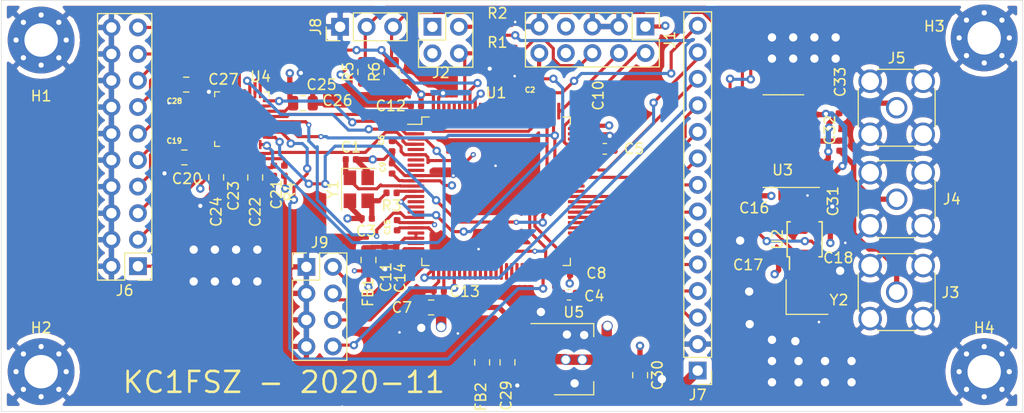
<source format=kicad_pcb>
(kicad_pcb (version 20171130) (host pcbnew "(5.1.7-0-10_14)")
  (layers (0 F.Cu signal) (1 In1.Cu power) (2 In2.Cu power) (31 B.Cu signal) (34 B.Paste user) (35 F.Paste user) (36 B.SilkS user) (37 F.SilkS user) (38 B.Mask user) (39 F.Mask user) (44 Edge.Cuts user))
  (net 0 "")
  (net 1 GND)
  (net 2 HSE_IN)
  (net 3 NRST)
  (net 4 "Net-(C3-Pad1)")
  (net 5 "Net-(C4-Pad1)")
  (net 6 "Net-(C5-Pad1)")
  (net 7 +3V3)
  (net 8 +3.3VA)
  (net 9 "Net-(C19-Pad1)")
  (net 10 "Net-(C21-Pad1)")
  (net 11 "Net-(C27-Pad1)")
  (net 12 "Net-(C29-Pad1)")
  (net 13 PWR)
  (net 14 SWDIO)
  (net 15 SWCLK)
  (net 16 SWO)
  (net 17 "Net-(J1-Pad7)")
  (net 18 "Net-(J1-Pad8)")
  (net 19 BOOT1)
  (net 20 BOOT0)
  (net 21 ~CLK0)
  (net 22 ~CLK1)
  (net 23 ~CLK2)
  (net 24 HSE_OUT)
  (net 25 "Net-(R4-Pad1)")
  (net 26 I2C1_SCL)
  (net 27 I2C1_SDA)
  (net 28 "Net-(U1-Pad5)")
  (net 29 "Net-(U1-Pad7)")
  (net 30 "Net-(U1-Pad8)")
  (net 31 "Net-(U1-Pad9)")
  (net 32 "Net-(U1-Pad15)")
  (net 33 "Net-(U1-Pad16)")
  (net 34 "Net-(U1-Pad17)")
  (net 35 I2S2_SD)
  (net 36 "Net-(U1-Pad23)")
  (net 37 USART2_TX)
  (net 38 USART2_RX)
  (net 39 I2S2_WS)
  (net 40 "Net-(U1-Pad31)")
  (net 41 "Net-(U1-Pad32)")
  (net 42 "Net-(U1-Pad33)")
  (net 43 "Net-(U1-Pad34)")
  (net 44 "Net-(U1-Pad35)")
  (net 45 "Net-(U1-Pad36)")
  (net 46 "Net-(U1-Pad38)")
  (net 47 "Net-(U1-Pad39)")
  (net 48 "Net-(U1-Pad40)")
  (net 49 "Net-(U1-Pad41)")
  (net 50 "Net-(U1-Pad42)")
  (net 51 "Net-(U1-Pad43)")
  (net 52 "Net-(U1-Pad44)")
  (net 53 "Net-(U1-Pad45)")
  (net 54 "Net-(U1-Pad46)")
  (net 55 I2S2_CK)
  (net 56 "Net-(U1-Pad48)")
  (net 57 "Net-(U1-Pad52)")
  (net 58 "Net-(U1-Pad53)")
  (net 59 "Net-(U1-Pad54)")
  (net 60 I2S2_MCK)
  (net 61 "Net-(U1-Pad64)")
  (net 62 "Net-(U1-Pad65)")
  (net 63 "Net-(U1-Pad66)")
  (net 64 "Net-(U1-Pad67)")
  (net 65 USART1_TX)
  (net 66 USART1_RX)
  (net 67 "Net-(U1-Pad70)")
  (net 68 "Net-(U1-Pad71)")
  (net 69 "Net-(U1-Pad79)")
  (net 70 I2S3_SD)
  (net 71 "Net-(U1-Pad81)")
  (net 72 "Net-(U1-Pad82)")
  (net 73 "Net-(U1-Pad83)")
  (net 74 "Net-(U1-Pad84)")
  (net 75 "Net-(U1-Pad85)")
  (net 76 "Net-(U1-Pad87)")
  (net 77 "Net-(U1-Pad88)")
  (net 78 "Net-(U1-Pad90)")
  (net 79 "Net-(U1-Pad91)")
  (net 80 "Net-(U1-Pad96)")
  (net 81 "Net-(U1-Pad97)")
  (net 82 "Net-(U1-Pad98)")
  (net 83 "Net-(U2-Pad2)")
  (net 84 "Net-(U2-Pad3)")
  (net 85 CLK2)
  (net 86 CLK1)
  (net 87 CLK0)
  (net 88 CODEC_MFP3)
  (net 89 CODEC_MFP4)
  (net 90 IN1_L)
  (net 91 IN1_R)
  (net 92 IN2_L)
  (net 93 IN2_R)
  (net 94 "Net-(U4-Pad19)")
  (net 95 IN3_L)
  (net 96 IN3_R)
  (net 97 LOL)
  (net 98 LOR)
  (net 99 HPL)
  (net 100 HPR)
  (net 101 CODEC_RESET)
  (net 102 CODEC_MFP5)
  (net 103 GPIO_0)
  (net 104 GPIO_1)
  (net 105 GPIO_2)
  (net 106 GPIO_3)
  (net 107 GPIO_4)
  (net 108 GPIO_5)
  (net 109 GPIO_6)
  (net 110 GPIO_7)
  (net 111 "Net-(C31-Pad1)")
  (net 112 "Net-(C32-Pad1)")
  (net 113 "Net-(C33-Pad1)")
  (net 114 "Net-(U3-Pad8)")
  (net 115 "Net-(U3-Pad9)")
  (net 116 "Net-(U3-Pad10)")
  (net 117 "Net-(U3-Pad11)")
  (net 118 "Net-(U3-Pad12)")
  (net 119 "Net-(U3-Pad13)")
  (net 120 ADC1_IN1)
  (net 121 ADC1_IN2)
  (net 122 DAC1_OUT1)
  (net 123 DAC1_OUT2)
  (net 124 "Net-(U1-Pad95)")
  (module Capacitor_SMD:C_0402_1005Metric (layer F.Cu) (at 131.8895 78.74)
    (fp_text reference C1 (at 0 -1.17) (layer F.SilkS))
    (fp_text value 12pf hide)
    (pad 2 smd roundrect (at 0.485 0) (size 0.59 0.64) (layers F.Cu F.Paste F.Mask) (net 1 GND))
    (pad 1 smd roundrect (at -0.485 0) (size 0.59 0.64) (layers F.Cu F.Paste F.Mask) (net 2 HSE_IN))
  )
  (module Capacitor_SMD:C_0402_1005Metric (layer F.Cu) (at 149.4282 71.0946 180)
    (fp_text reference C2 (at 0.381 -0.9906) (layer F.SilkS) (effects (font (size 0.5 0.5) (thickness 0.125))))
    (fp_text value 100nf hide)
    (pad 1 smd roundrect (at -0.485 0 180) (size 0.59 0.64) (layers F.Cu F.Paste F.Mask) (net 3 NRST))
    (pad 2 smd roundrect (at 0.485 0 180) (size 0.59 0.64) (layers F.Cu F.Paste F.Mask) (net 1 GND))
  )
  (module Capacitor_SMD:C_0402_1005Metric (layer F.Cu) (at 133.4135 84.3915 180)
    (fp_text reference C3 (at 0.0635 -1.2065) (layer F.SilkS))
    (fp_text value 12pf hide)
    (pad 1 smd roundrect (at -0.485 0 180) (size 0.59 0.64) (layers F.Cu F.Paste F.Mask) (net 4 "Net-(C3-Pad1)"))
    (pad 2 smd roundrect (at 0.485 0 180) (size 0.59 0.64) (layers F.Cu F.Paste F.Mask) (net 1 GND))
  )
  (module Capacitor_SMD:C_0603_1608Metric (layer F.Cu) (at 152.781 91.694)
    (fp_text reference C4 (at 2.413 0.127) (layer F.SilkS))
    (fp_text value "2.2uf Low ESR" hide)
    (pad 2 smd roundrect (at 0.7875 0) (size 0.875 0.95) (layers F.Cu F.Paste F.Mask) (net 1 GND))
    (pad 1 smd roundrect (at -0.7875 0) (size 0.875 0.95) (layers F.Cu F.Paste F.Mask) (net 5 "Net-(C4-Pad1)"))
  )
  (module Capacitor_SMD:C_0603_1608Metric (layer F.Cu) (at 156.21 77.724)
    (fp_text reference C5 (at 2.794 0) (layer F.SilkS))
    (fp_text value "2.2uf Low ESR" hide)
    (pad 1 smd roundrect (at -0.7875 0) (size 0.875 0.95) (layers F.Cu F.Paste F.Mask) (net 6 "Net-(C5-Pad1)"))
    (pad 2 smd roundrect (at 0.7875 0) (size 0.875 0.95) (layers F.Cu F.Paste F.Mask) (net 1 GND))
  )
  (module Capacitor_SMD:C_0402_1005Metric (layer F.Cu) (at 135.8392 77.47 270)
    (fp_text reference C6 (at -0.5842 1.0287 90) (layer F.SilkS) (effects (font (size 0.5 0.5) (thickness 0.125))))
    (fp_text value 100nf hide)
    (pad 1 smd roundrect (at -0.485 0 270) (size 0.59 0.64) (layers F.Cu F.Paste F.Mask) (net 7 +3V3))
    (pad 2 smd roundrect (at 0.485 0 270) (size 0.59 0.64) (layers F.Cu F.Paste F.Mask) (net 1 GND))
  )
  (module Capacitor_SMD:C_0805_2012Metric (layer F.Cu) (at 139.573 92.9132 180)
    (fp_text reference C7 (at 2.794 0) (layer F.SilkS))
    (fp_text value 10uf hide)
    (pad 1 smd roundrect (at -0.9375 0 180) (size 0.975 1.4) (layers F.Cu F.Paste F.Mask) (net 7 +3V3))
    (pad 2 smd roundrect (at 0.9375 0 180) (size 0.975 1.4) (layers F.Cu F.Paste F.Mask) (net 1 GND))
  )
  (module Capacitor_SMD:C_0402_1005Metric (layer F.Cu) (at 153.3652 89.7636)
    (fp_text reference C8 (at 2.032 -0.127) (layer F.SilkS))
    (fp_text value 100nf hide)
    (pad 1 smd roundrect (at -0.485 0) (size 0.59 0.64) (layers F.Cu F.Paste F.Mask) (net 7 +3V3))
    (pad 2 smd roundrect (at 0.485 0) (size 0.59 0.64) (layers F.Cu F.Paste F.Mask) (net 1 GND))
  )
  (module Capacitor_SMD:C_0402_1005Metric (layer F.Cu) (at 135.8392 79.6036 90)
    (fp_text reference C9 (at 0.127 -0.889 90) (layer F.SilkS) (effects (font (size 0.5 0.5) (thickness 0.125))))
    (fp_text value 100nf hide)
    (pad 2 smd roundrect (at 0.485 0 90) (size 0.59 0.64) (layers F.Cu F.Paste F.Mask) (net 1 GND))
    (pad 1 smd roundrect (at -0.485 0 90) (size 0.59 0.64) (layers F.Cu F.Paste F.Mask) (net 7 +3V3))
  )
  (module Capacitor_SMD:C_0402_1005Metric (layer F.Cu) (at 155.3972 75.0316 90)
    (fp_text reference C10 (at 2.413 0.1778 90) (layer F.SilkS))
    (fp_text value 100nf hide)
    (pad 2 smd roundrect (at 0.485 0 90) (size 0.59 0.64) (layers F.Cu F.Paste F.Mask) (net 1 GND))
    (pad 1 smd roundrect (at -0.485 0 90) (size 0.59 0.64) (layers F.Cu F.Paste F.Mask) (net 7 +3V3))
  )
  (module Capacitor_SMD:C_0402_1005Metric (layer F.Cu) (at 135.128 87.6046 270)
    (fp_text reference C11 (at 2.413 -0.127 90) (layer F.SilkS))
    (fp_text value 100nf hide)
    (pad 1 smd roundrect (at -0.485 0 270) (size 0.59 0.64) (layers F.Cu F.Paste F.Mask) (net 8 +3.3VA))
    (pad 2 smd roundrect (at 0.485 0 270) (size 0.59 0.64) (layers F.Cu F.Paste F.Mask) (net 1 GND))
  )
  (module Capacitor_SMD:C_0402_1005Metric (layer F.Cu) (at 138.1252 73.6092 180)
    (fp_text reference C12 (at 2.413 0) (layer F.SilkS))
    (fp_text value 100nf hide)
    (pad 2 smd roundrect (at 0.485 0 180) (size 0.59 0.64) (layers F.Cu F.Paste F.Mask) (net 1 GND))
    (pad 1 smd roundrect (at -0.485 0 180) (size 0.59 0.64) (layers F.Cu F.Paste F.Mask) (net 7 +3V3))
  )
  (module Capacitor_SMD:C_0402_1005Metric (layer F.Cu) (at 140.3096 91.2876 180)
    (fp_text reference C13 (at -2.4892 -0.1016) (layer F.SilkS))
    (fp_text value 100nf hide)
    (pad 2 smd roundrect (at 0.485 0 180) (size 0.59 0.64) (layers F.Cu F.Paste F.Mask) (net 1 GND))
    (pad 1 smd roundrect (at -0.485 0 180) (size 0.59 0.64) (layers F.Cu F.Paste F.Mask) (net 7 +3V3))
  )
  (module Capacitor_SMD:C_0402_1005Metric (layer F.Cu) (at 136.2202 87.6046 270)
    (fp_text reference C14 (at 2.4892 -0.381 90) (layer F.SilkS))
    (fp_text value 10nf hide)
    (pad 2 smd roundrect (at 0.485 0 270) (size 0.59 0.64) (layers F.Cu F.Paste F.Mask) (net 1 GND))
    (pad 1 smd roundrect (at -0.485 0 270) (size 0.59 0.64) (layers F.Cu F.Paste F.Mask) (net 8 +3.3VA))
  )
  (module Capacitor_SMD:C_0402_1005Metric (layer F.Cu) (at 136.3218 85.0392 270)
    (fp_text reference C15 (at 0.1778 0.9398 90) (layer F.SilkS) (effects (font (size 0.5 0.5) (thickness 0.125))))
    (fp_text value 100nf hide)
    (pad 1 smd roundrect (at -0.485 0 270) (size 0.59 0.64) (layers F.Cu F.Paste F.Mask) (net 7 +3V3))
    (pad 2 smd roundrect (at 0.485 0 270) (size 0.59 0.64) (layers F.Cu F.Paste F.Mask) (net 1 GND))
  )
  (module Capacitor_SMD:C_0402_1005Metric (layer F.Cu) (at 170.5102 82.2198 180)
    (fp_text reference C16 (at 0 -1.17) (layer F.SilkS))
    (fp_text value 100nf hide)
    (pad 1 smd roundrect (at -0.485 0 180) (size 0.59 0.64) (layers F.Cu F.Paste F.Mask) (net 7 +3V3))
    (pad 2 smd roundrect (at 0.485 0 180) (size 0.59 0.64) (layers F.Cu F.Paste F.Mask) (net 1 GND))
  )
  (module Capacitor_SMD:C_0402_1005Metric (layer F.Cu) (at 172.3644 88.6206 180)
    (fp_text reference C17 (at 2.4384 -0.2159) (layer F.SilkS))
    (fp_text value 100nf hide)
    (pad 2 smd roundrect (at 0.485 0 180) (size 0.59 0.64) (layers F.Cu F.Paste F.Mask) (net 1 GND))
    (pad 1 smd roundrect (at -0.485 0 180) (size 0.59 0.64) (layers F.Cu F.Paste F.Mask) (net 7 +3V3))
  )
  (module Capacitor_SMD:C_0402_1005Metric (layer F.Cu) (at 178.308 85.5345)
    (fp_text reference C18 (at 0.254 2.6289) (layer F.SilkS))
    (fp_text value 100nf hide)
    (pad 2 smd roundrect (at 0.485 0) (size 0.59 0.64) (layers F.Cu F.Paste F.Mask) (net 1 GND))
    (pad 1 smd roundrect (at -0.485 0) (size 0.59 0.64) (layers F.Cu F.Paste F.Mask) (net 7 +3V3))
  )
  (module Capacitor_SMD:C_0402_1005Metric (layer F.Cu) (at 116.7638 76.962 180)
    (fp_text reference C19 (at 1.778 0) (layer F.SilkS) (effects (font (size 0.5 0.5) (thickness 0.125))))
    (fp_text value 100nf hide)
    (pad 1 smd roundrect (at -0.485 0 180) (size 0.59 0.64) (layers F.Cu F.Paste F.Mask) (net 9 "Net-(C19-Pad1)"))
    (pad 2 smd roundrect (at 0.485 0 180) (size 0.59 0.64) (layers F.Cu F.Paste F.Mask) (net 1 GND))
  )
  (module Capacitor_SMD:C_0805_2012Metric (layer F.Cu) (at 115.951 78.5495 180)
    (fp_text reference C20 (at -0.254 -2.032) (layer F.SilkS))
    (fp_text value 10uf hide)
    (pad 2 smd roundrect (at 0.9375 0 180) (size 0.975 1.4) (layers F.Cu F.Paste F.Mask) (net 1 GND))
    (pad 1 smd roundrect (at -0.9375 0 180) (size 0.975 1.4) (layers F.Cu F.Paste F.Mask) (net 9 "Net-(C19-Pad1)"))
  )
  (module Capacitor_SMD:C_0402_1005Metric (layer F.Cu) (at 124.5108 79.8195 270)
    (fp_text reference C21 (at 2.263 -0.254 90) (layer F.SilkS))
    (fp_text value 100nf hide)
    (pad 2 smd roundrect (at 0.485 0 270) (size 0.59 0.64) (layers F.Cu F.Paste F.Mask) (net 1 GND))
    (pad 1 smd roundrect (at -0.485 0 270) (size 0.59 0.64) (layers F.Cu F.Paste F.Mask) (net 10 "Net-(C21-Pad1)"))
  )
  (module Capacitor_SMD:C_0805_2012Metric (layer F.Cu) (at 122.7328 80.4672 270)
    (fp_text reference C22 (at 3.302 0 90) (layer F.SilkS))
    (fp_text value 10uf hide)
    (pad 1 smd roundrect (at -0.9375 0 270) (size 0.975 1.4) (layers F.Cu F.Paste F.Mask) (net 10 "Net-(C21-Pad1)"))
    (pad 2 smd roundrect (at 0.9375 0 270) (size 0.975 1.4) (layers F.Cu F.Paste F.Mask) (net 1 GND))
  )
  (module Capacitor_SMD:C_0402_1005Metric (layer F.Cu) (at 120.65 79.6925 270)
    (fp_text reference C23 (at 2.54 0 90) (layer F.SilkS))
    (fp_text value 100nf hide)
    (pad 1 smd roundrect (at -0.485 0 270) (size 0.59 0.64) (layers F.Cu F.Paste F.Mask) (net 7 +3V3))
    (pad 2 smd roundrect (at 0.485 0 270) (size 0.59 0.64) (layers F.Cu F.Paste F.Mask) (net 1 GND))
  )
  (module Capacitor_SMD:C_0805_2012Metric (layer F.Cu) (at 118.999 80.4545 270)
    (fp_text reference C24 (at 3.302 0 90) (layer F.SilkS))
    (fp_text value 10uf hide)
    (pad 2 smd roundrect (at 0.9375 0 270) (size 0.975 1.4) (layers F.Cu F.Paste F.Mask) (net 1 GND))
    (pad 1 smd roundrect (at -0.9375 0 270) (size 0.975 1.4) (layers F.Cu F.Paste F.Mask) (net 7 +3V3))
  )
  (module Capacitor_SMD:C_0402_1005Metric (layer F.Cu) (at 126.5428 71.5772)
    (fp_text reference C25 (at 2.54 0) (layer F.SilkS))
    (fp_text value 100nf hide)
    (pad 2 smd roundrect (at 0.485 0) (size 0.59 0.64) (layers F.Cu F.Paste F.Mask) (net 1 GND))
    (pad 1 smd roundrect (at -0.485 0) (size 0.59 0.64) (layers F.Cu F.Paste F.Mask) (net 7 +3V3))
  )
  (module Capacitor_SMD:C_0805_2012Metric (layer F.Cu) (at 127.3048 73.3552)
    (fp_text reference C26 (at 3.302 -0.254) (layer F.SilkS))
    (fp_text value 10uf hide)
    (pad 1 smd roundrect (at -0.9375 0) (size 0.975 1.4) (layers F.Cu F.Paste F.Mask) (net 7 +3V3))
    (pad 2 smd roundrect (at 0.9375 0) (size 0.975 1.4) (layers F.Cu F.Paste F.Mask) (net 1 GND))
  )
  (module Capacitor_SMD:C_0805_2012Metric (layer F.Cu) (at 116.1288 71.5772 180)
    (fp_text reference C27 (at -3.556 0.508) (layer F.SilkS))
    (fp_text value 10uf hide)
    (pad 2 smd roundrect (at 0.9375 0 180) (size 0.975 1.4) (layers F.Cu F.Paste F.Mask) (net 1 GND))
    (pad 1 smd roundrect (at -0.9375 0 180) (size 0.975 1.4) (layers F.Cu F.Paste F.Mask) (net 11 "Net-(C27-Pad1)"))
  )
  (module Capacitor_SMD:C_0402_1005Metric (layer F.Cu) (at 116.8908 73.3552 180)
    (fp_text reference C28 (at 1.8923 0.2032) (layer F.SilkS) (effects (font (size 0.5 0.5) (thickness 0.125))))
    (fp_text value 100nf hide)
    (pad 1 smd roundrect (at -0.485 0 180) (size 0.59 0.64) (layers F.Cu F.Paste F.Mask) (net 11 "Net-(C27-Pad1)"))
    (pad 2 smd roundrect (at 0.485 0 180) (size 0.59 0.64) (layers F.Cu F.Paste F.Mask) (net 1 GND))
  )
  (module Capacitor_SMD:C_0805_2012Metric (layer F.Cu) (at 146.8882 98.171 270)
    (fp_text reference C29 (at 3.175 0.127 90) (layer F.SilkS))
    (fp_text value 10uf hide)
    (pad 2 smd roundrect (at 0.9375 0 270) (size 0.975 1.4) (layers F.Cu F.Paste F.Mask) (net 1 GND))
    (pad 1 smd roundrect (at -0.9375 0 270) (size 0.975 1.4) (layers F.Cu F.Paste F.Mask) (net 12 "Net-(C29-Pad1)"))
  )
  (module Capacitor_SMD:C_0805_2012Metric (layer F.Cu) (at 159.5882 99.3902 270)
    (fp_text reference C30 (at 0 -1.65 90) (layer F.SilkS))
    (fp_text value 10uf hide)
    (pad 1 smd roundrect (at -0.9375 0 270) (size 0.975 1.4) (layers F.Cu F.Paste F.Mask) (net 7 +3V3))
    (pad 2 smd roundrect (at 0.9375 0 270) (size 0.975 1.4) (layers F.Cu F.Paste F.Mask) (net 1 GND))
  )
  (module Inductor_SMD:L_0805_2012Metric (layer F.Cu) (at 133.5786 88.3666 270)
    (fp_text reference FB1 (at 3.0988 0.0508 90) (layer F.SilkS))
    (fp_text value Ferrite_Bead_Small hide)
    (pad 1 smd roundrect (at -0.9375 0 270) (size 0.975 1.4) (layers F.Cu F.Paste F.Mask) (net 8 +3.3VA))
    (pad 2 smd roundrect (at 0.9375 0 270) (size 0.975 1.4) (layers F.Cu F.Paste F.Mask) (net 7 +3V3))
  )
  (module Inductor_SMD:L_0805_2012Metric (layer F.Cu) (at 144.4625 98.171 270)
    (fp_text reference FB2 (at 3.302 0.127 90) (layer F.SilkS))
    (fp_text value Ferrite_Bead_Small hide)
    (pad 2 smd roundrect (at 0.9375 0 270) (size 0.975 1.4) (layers F.Cu F.Paste F.Mask) (net 13 PWR))
    (pad 1 smd roundrect (at -0.9375 0 270) (size 0.975 1.4) (layers F.Cu F.Paste F.Mask) (net 12 "Net-(C29-Pad1)"))
  )
  (module Connector_PinHeader_2.54mm:PinHeader_2x05_P2.54mm_Vertical (layer F.Cu) (at 160.0962 66.0146 270)
    (fp_text reference J1 (at 1.27 -2.33 90) (layer F.SilkS))
    (fp_text value Conn_02x05_Odd_Even hide)
    (pad 1 thru_hole rect (at 0 0 270) (size 1.7 1.7) (drill 1) (layers *.Cu *.Mask) (net 7 +3V3))
    (pad 2 thru_hole oval (at 2.54 0 270) (size 1.7 1.7) (drill 1) (layers *.Cu *.Mask) (net 14 SWDIO))
    (pad 3 thru_hole oval (at 0 2.54 270) (size 1.7 1.7) (drill 1) (layers *.Cu *.Mask) (net 1 GND))
    (pad 4 thru_hole oval (at 2.54 2.54 270) (size 1.7 1.7) (drill 1) (layers *.Cu *.Mask) (net 15 SWCLK))
    (pad 5 thru_hole oval (at 0 5.08 270) (size 1.7 1.7) (drill 1) (layers *.Cu *.Mask) (net 1 GND))
    (pad 6 thru_hole oval (at 2.54 5.08 270) (size 1.7 1.7) (drill 1) (layers *.Cu *.Mask) (net 16 SWO))
    (pad 7 thru_hole oval (at 0 7.62 270) (size 1.7 1.7) (drill 1) (layers *.Cu *.Mask) (net 17 "Net-(J1-Pad7)"))
    (pad 8 thru_hole oval (at 2.54 7.62 270) (size 1.7 1.7) (drill 1) (layers *.Cu *.Mask) (net 18 "Net-(J1-Pad8)"))
    (pad 9 thru_hole oval (at 0 10.16 270) (size 1.7 1.7) (drill 1) (layers *.Cu *.Mask) (net 1 GND))
    (pad 10 thru_hole oval (at 2.54 10.16 270) (size 1.7 1.7) (drill 1) (layers *.Cu *.Mask) (net 3 NRST))
  )
  (module Connector_PinHeader_2.54mm:PinHeader_2x02_P2.54mm_Vertical (layer F.Cu) (at 139.7 66.04)
    (fp_text reference J2 (at 0.8128 4.3942) (layer F.SilkS))
    (fp_text value Conn_02x02_Odd_Even hide)
    (pad 1 thru_hole rect (at 0 0) (size 1.7 1.7) (drill 1) (layers *.Cu *.Mask) (net 7 +3V3))
    (pad 2 thru_hole oval (at 2.54 0) (size 1.7 1.7) (drill 1) (layers *.Cu *.Mask) (net 19 BOOT1))
    (pad 3 thru_hole oval (at 0 2.54) (size 1.7 1.7) (drill 1) (layers *.Cu *.Mask) (net 7 +3V3))
    (pad 4 thru_hole oval (at 2.54 2.54) (size 1.7 1.7) (drill 1) (layers *.Cu *.Mask) (net 20 BOOT0))
  )
  (module Connector_Coaxial:SMA_Amphenol_132134_Vertical (layer F.Cu) (at 184.15 91.44)
    (fp_text reference J3 (at 5.1562 0.0508) (layer F.SilkS))
    (fp_text value Conn_Coaxial hide)
    (pad 1 thru_hole circle (at 0 0) (size 2.05 2.05) (drill 1.5) (layers *.Cu *.Mask) (net 21 ~CLK0))
    (pad 2 thru_hole circle (at 2.54 2.54) (size 2.25 2.25) (drill 1.7) (layers *.Cu *.Mask) (net 1 GND))
    (pad 2 thru_hole circle (at 2.54 -2.54) (size 2.25 2.25) (drill 1.7) (layers *.Cu *.Mask) (net 1 GND))
    (pad 2 thru_hole circle (at -2.54 -2.54) (size 2.25 2.25) (drill 1.7) (layers *.Cu *.Mask) (net 1 GND))
    (pad 2 thru_hole circle (at -2.54 2.54) (size 2.25 2.25) (drill 1.7) (layers *.Cu *.Mask) (net 1 GND))
  )
  (module Connector_Coaxial:SMA_Amphenol_132134_Vertical (layer F.Cu) (at 184.15 82.55)
    (fp_text reference J4 (at 5.2832 0) (layer F.SilkS))
    (fp_text value Conn_Coaxial hide)
    (pad 2 thru_hole circle (at -2.54 2.54) (size 2.25 2.25) (drill 1.7) (layers *.Cu *.Mask) (net 1 GND))
    (pad 2 thru_hole circle (at -2.54 -2.54) (size 2.25 2.25) (drill 1.7) (layers *.Cu *.Mask) (net 1 GND))
    (pad 2 thru_hole circle (at 2.54 -2.54) (size 2.25 2.25) (drill 1.7) (layers *.Cu *.Mask) (net 1 GND))
    (pad 2 thru_hole circle (at 2.54 2.54) (size 2.25 2.25) (drill 1.7) (layers *.Cu *.Mask) (net 1 GND))
    (pad 1 thru_hole circle (at 0 0) (size 2.05 2.05) (drill 1.5) (layers *.Cu *.Mask) (net 22 ~CLK1))
  )
  (module Connector_Coaxial:SMA_Amphenol_132134_Vertical (layer F.Cu) (at 184.15 73.791001)
    (fp_text reference J5 (at 0 -4.75) (layer F.SilkS))
    (fp_text value Conn_Coaxial hide)
    (pad 1 thru_hole circle (at 0 0) (size 2.05 2.05) (drill 1.5) (layers *.Cu *.Mask) (net 23 ~CLK2))
    (pad 2 thru_hole circle (at 2.54 2.54) (size 2.25 2.25) (drill 1.7) (layers *.Cu *.Mask) (net 1 GND))
    (pad 2 thru_hole circle (at 2.54 -2.54) (size 2.25 2.25) (drill 1.7) (layers *.Cu *.Mask) (net 1 GND))
    (pad 2 thru_hole circle (at -2.54 -2.54) (size 2.25 2.25) (drill 1.7) (layers *.Cu *.Mask) (net 1 GND))
    (pad 2 thru_hole circle (at -2.54 2.54) (size 2.25 2.25) (drill 1.7) (layers *.Cu *.Mask) (net 1 GND))
  )
  (module Resistor_SMD:R_0402_1005Metric (layer F.Cu) (at 145.923 68.707)
    (fp_text reference R1 (at 0 -1.17) (layer F.SilkS))
    (fp_text value 10k hide)
    (pad 1 smd roundrect (at -0.485 0) (size 0.59 0.64) (layers F.Cu F.Paste F.Mask) (net 20 BOOT0))
    (pad 2 smd roundrect (at 0.485 0) (size 0.59 0.64) (layers F.Cu F.Paste F.Mask) (net 1 GND))
  )
  (module Resistor_SMD:R_0402_1005Metric (layer F.Cu) (at 145.923 65.913)
    (fp_text reference R2 (at 0 -1.17) (layer F.SilkS))
    (fp_text value 10k hide)
    (pad 2 smd roundrect (at 0.485 0) (size 0.59 0.64) (layers F.Cu F.Paste F.Mask) (net 1 GND))
    (pad 1 smd roundrect (at -0.485 0) (size 0.59 0.64) (layers F.Cu F.Paste F.Mask) (net 19 BOOT1))
  )
  (module Resistor_SMD:R_0402_1005Metric (layer F.Cu) (at 135.7884 81.9404 180)
    (fp_text reference R3 (at 0 -1.2192) (layer F.SilkS))
    (fp_text value 220 hide)
    (pad 2 smd roundrect (at 0.485 0 180) (size 0.59 0.64) (layers F.Cu F.Paste F.Mask) (net 4 "Net-(C3-Pad1)"))
    (pad 1 smd roundrect (at -0.485 0 180) (size 0.59 0.64) (layers F.Cu F.Paste F.Mask) (net 24 HSE_OUT))
  )
  (module Resistor_SMD:R_0402_1005Metric (layer F.Cu) (at 125.5268 79.8195 270)
    (fp_text reference R4 (at 2.009 -0.508 90) (layer F.SilkS))
    (fp_text value 4.7k hide)
    (pad 1 smd roundrect (at -0.485 0 270) (size 0.59 0.64) (layers F.Cu F.Paste F.Mask) (net 25 "Net-(R4-Pad1)"))
    (pad 2 smd roundrect (at 0.485 0 270) (size 0.59 0.64) (layers F.Cu F.Paste F.Mask) (net 7 +3V3))
  )
  (module Package_QFP:LQFP-100_14x14mm_P0.5mm (layer F.Cu) (at 145.796 81.788)
    (fp_text reference U1 (at 0 -9.42) (layer F.SilkS))
    (fp_text value STM32F407VETx hide)
    (pad 1 smd roundrect (at -7.675 -6) (size 1.6 0.3) (layers F.Cu F.Paste F.Mask) (net 88 CODEC_MFP3))
    (pad 2 smd roundrect (at -7.675 -5.5) (size 1.6 0.3) (layers F.Cu F.Paste F.Mask) (net 89 CODEC_MFP4))
    (pad 3 smd roundrect (at -7.675 -5) (size 1.6 0.3) (layers F.Cu F.Paste F.Mask) (net 102 CODEC_MFP5))
    (pad 4 smd roundrect (at -7.675 -4.5) (size 1.6 0.3) (layers F.Cu F.Paste F.Mask) (net 101 CODEC_RESET))
    (pad 5 smd roundrect (at -7.675 -4) (size 1.6 0.3) (layers F.Cu F.Paste F.Mask) (net 28 "Net-(U1-Pad5)"))
    (pad 6 smd roundrect (at -7.675 -3.5) (size 1.6 0.3) (layers F.Cu F.Paste F.Mask) (net 7 +3V3))
    (pad 7 smd roundrect (at -7.675 -3) (size 1.6 0.3) (layers F.Cu F.Paste F.Mask) (net 29 "Net-(U1-Pad7)"))
    (pad 8 smd roundrect (at -7.675 -2.5) (size 1.6 0.3) (layers F.Cu F.Paste F.Mask) (net 30 "Net-(U1-Pad8)"))
    (pad 9 smd roundrect (at -7.675 -2) (size 1.6 0.3) (layers F.Cu F.Paste F.Mask) (net 31 "Net-(U1-Pad9)"))
    (pad 10 smd roundrect (at -7.675 -1.5) (size 1.6 0.3) (layers F.Cu F.Paste F.Mask) (net 1 GND))
    (pad 11 smd roundrect (at -7.675 -1) (size 1.6 0.3) (layers F.Cu F.Paste F.Mask) (net 7 +3V3))
    (pad 12 smd roundrect (at -7.675 -0.5) (size 1.6 0.3) (layers F.Cu F.Paste F.Mask) (net 2 HSE_IN))
    (pad 13 smd roundrect (at -7.675 0) (size 1.6 0.3) (layers F.Cu F.Paste F.Mask) (net 24 HSE_OUT))
    (pad 14 smd roundrect (at -7.675 0.5) (size 1.6 0.3) (layers F.Cu F.Paste F.Mask) (net 3 NRST))
    (pad 15 smd roundrect (at -7.675 1) (size 1.6 0.3) (layers F.Cu F.Paste F.Mask) (net 32 "Net-(U1-Pad15)"))
    (pad 16 smd roundrect (at -7.675 1.5) (size 1.6 0.3) (layers F.Cu F.Paste F.Mask) (net 33 "Net-(U1-Pad16)"))
    (pad 17 smd roundrect (at -7.675 2) (size 1.6 0.3) (layers F.Cu F.Paste F.Mask) (net 34 "Net-(U1-Pad17)"))
    (pad 18 smd roundrect (at -7.675 2.5) (size 1.6 0.3) (layers F.Cu F.Paste F.Mask) (net 35 I2S2_SD))
    (pad 19 smd roundrect (at -7.675 3) (size 1.6 0.3) (layers F.Cu F.Paste F.Mask) (net 7 +3V3))
    (pad 20 smd roundrect (at -7.675 3.5) (size 1.6 0.3) (layers F.Cu F.Paste F.Mask) (net 1 GND))
    (pad 21 smd roundrect (at -7.675 4) (size 1.6 0.3) (layers F.Cu F.Paste F.Mask) (net 8 +3.3VA))
    (pad 22 smd roundrect (at -7.675 4.5) (size 1.6 0.3) (layers F.Cu F.Paste F.Mask) (net 8 +3.3VA))
    (pad 23 smd roundrect (at -7.675 5) (size 1.6 0.3) (layers F.Cu F.Paste F.Mask) (net 36 "Net-(U1-Pad23)"))
    (pad 24 smd roundrect (at -7.675 5.5) (size 1.6 0.3) (layers F.Cu F.Paste F.Mask) (net 120 ADC1_IN1))
    (pad 25 smd roundrect (at -7.675 6) (size 1.6 0.3) (layers F.Cu F.Paste F.Mask) (net 121 ADC1_IN2))
    (pad 26 smd roundrect (at -6 7.675) (size 0.3 1.6) (layers F.Cu F.Paste F.Mask) (net 38 USART2_RX))
    (pad 27 smd roundrect (at -5.5 7.675) (size 0.3 1.6) (layers F.Cu F.Paste F.Mask) (net 1 GND))
    (pad 28 smd roundrect (at -5 7.675) (size 0.3 1.6) (layers F.Cu F.Paste F.Mask) (net 7 +3V3))
    (pad 29 smd roundrect (at -4.5 7.675) (size 0.3 1.6) (layers F.Cu F.Paste F.Mask) (net 122 DAC1_OUT1))
    (pad 30 smd roundrect (at -4 7.675) (size 0.3 1.6) (layers F.Cu F.Paste F.Mask) (net 123 DAC1_OUT2))
    (pad 31 smd roundrect (at -3.5 7.675) (size 0.3 1.6) (layers F.Cu F.Paste F.Mask) (net 40 "Net-(U1-Pad31)"))
    (pad 32 smd roundrect (at -3 7.675) (size 0.3 1.6) (layers F.Cu F.Paste F.Mask) (net 41 "Net-(U1-Pad32)"))
    (pad 33 smd roundrect (at -2.5 7.675) (size 0.3 1.6) (layers F.Cu F.Paste F.Mask) (net 42 "Net-(U1-Pad33)"))
    (pad 34 smd roundrect (at -2 7.675) (size 0.3 1.6) (layers F.Cu F.Paste F.Mask) (net 43 "Net-(U1-Pad34)"))
    (pad 35 smd roundrect (at -1.5 7.675) (size 0.3 1.6) (layers F.Cu F.Paste F.Mask) (net 44 "Net-(U1-Pad35)"))
    (pad 36 smd roundrect (at -1 7.675) (size 0.3 1.6) (layers F.Cu F.Paste F.Mask) (net 45 "Net-(U1-Pad36)"))
    (pad 37 smd roundrect (at -0.5 7.675) (size 0.3 1.6) (layers F.Cu F.Paste F.Mask) (net 19 BOOT1))
    (pad 38 smd roundrect (at 0 7.675) (size 0.3 1.6) (layers F.Cu F.Paste F.Mask) (net 46 "Net-(U1-Pad38)"))
    (pad 39 smd roundrect (at 0.5 7.675) (size 0.3 1.6) (layers F.Cu F.Paste F.Mask) (net 47 "Net-(U1-Pad39)"))
    (pad 40 smd roundrect (at 1 7.675) (size 0.3 1.6) (layers F.Cu F.Paste F.Mask) (net 48 "Net-(U1-Pad40)"))
    (pad 41 smd roundrect (at 1.5 7.675) (size 0.3 1.6) (layers F.Cu F.Paste F.Mask) (net 49 "Net-(U1-Pad41)"))
    (pad 42 smd roundrect (at 2 7.675) (size 0.3 1.6) (layers F.Cu F.Paste F.Mask) (net 50 "Net-(U1-Pad42)"))
    (pad 43 smd roundrect (at 2.5 7.675) (size 0.3 1.6) (layers F.Cu F.Paste F.Mask) (net 51 "Net-(U1-Pad43)"))
    (pad 44 smd roundrect (at 3 7.675) (size 0.3 1.6) (layers F.Cu F.Paste F.Mask) (net 52 "Net-(U1-Pad44)"))
    (pad 45 smd roundrect (at 3.5 7.675) (size 0.3 1.6) (layers F.Cu F.Paste F.Mask) (net 53 "Net-(U1-Pad45)"))
    (pad 46 smd roundrect (at 4 7.675) (size 0.3 1.6) (layers F.Cu F.Paste F.Mask) (net 54 "Net-(U1-Pad46)"))
    (pad 47 smd roundrect (at 4.5 7.675) (size 0.3 1.6) (layers F.Cu F.Paste F.Mask) (net 55 I2S2_CK))
    (pad 48 smd roundrect (at 5 7.675) (size 0.3 1.6) (layers F.Cu F.Paste F.Mask) (net 56 "Net-(U1-Pad48)"))
    (pad 49 smd roundrect (at 5.5 7.675) (size 0.3 1.6) (layers F.Cu F.Paste F.Mask) (net 5 "Net-(C4-Pad1)"))
    (pad 50 smd roundrect (at 6 7.675) (size 0.3 1.6) (layers F.Cu F.Paste F.Mask) (net 7 +3V3))
    (pad 51 smd roundrect (at 7.675 6) (size 1.6 0.3) (layers F.Cu F.Paste F.Mask) (net 39 I2S2_WS))
    (pad 52 smd roundrect (at 7.675 5.5) (size 1.6 0.3) (layers F.Cu F.Paste F.Mask) (net 57 "Net-(U1-Pad52)"))
    (pad 53 smd roundrect (at 7.675 5) (size 1.6 0.3) (layers F.Cu F.Paste F.Mask) (net 58 "Net-(U1-Pad53)"))
    (pad 54 smd roundrect (at 7.675 4.5) (size 1.6 0.3) (layers F.Cu F.Paste F.Mask) (net 59 "Net-(U1-Pad54)"))
    (pad 55 smd roundrect (at 7.675 4) (size 1.6 0.3) (layers F.Cu F.Paste F.Mask) (net 103 GPIO_0))
    (pad 56 smd roundrect (at 7.675 3.5) (size 1.6 0.3) (layers F.Cu F.Paste F.Mask) (net 104 GPIO_1))
    (pad 57 smd roundrect (at 7.675 3) (size 1.6 0.3) (layers F.Cu F.Paste F.Mask) (net 105 GPIO_2))
    (pad 58 smd roundrect (at 7.675 2.5) (size 1.6 0.3) (layers F.Cu F.Paste F.Mask) (net 106 GPIO_3))
    (pad 59 smd roundrect (at 7.675 2) (size 1.6 0.3) (layers F.Cu F.Paste F.Mask) (net 107 GPIO_4))
    (pad 60 smd roundrect (at 7.675 1.5) (size 1.6 0.3) (layers F.Cu F.Paste F.Mask) (net 108 GPIO_5))
    (pad 61 smd roundrect (at 7.675 1) (size 1.6 0.3) (layers F.Cu F.Paste F.Mask) (net 109 GPIO_6))
    (pad 62 smd roundrect (at 7.675 0.5) (size 1.6 0.3) (layers F.Cu F.Paste F.Mask) (net 110 GPIO_7))
    (pad 63 smd roundrect (at 7.675 0) (size 1.6 0.3) (layers F.Cu F.Paste F.Mask) (net 60 I2S2_MCK))
    (pad 64 smd roundrect (at 7.675 -0.5) (size 1.6 0.3) (layers F.Cu F.Paste F.Mask) (net 61 "Net-(U1-Pad64)"))
    (pad 65 smd roundrect (at 7.675 -1) (size 1.6 0.3) (layers F.Cu F.Paste F.Mask) (net 62 "Net-(U1-Pad65)"))
    (pad 66 smd roundrect (at 7.675 -1.5) (size 1.6 0.3) (layers F.Cu F.Paste F.Mask) (net 63 "Net-(U1-Pad66)"))
    (pad 67 smd roundrect (at 7.675 -2) (size 1.6 0.3) (layers F.Cu F.Paste F.Mask) (net 64 "Net-(U1-Pad67)"))
    (pad 68 smd roundrect (at 7.675 -2.5) (size 1.6 0.3) (layers F.Cu F.Paste F.Mask) (net 65 USART1_TX))
    (pad 69 smd roundrect (at 7.675 -3) (size 1.6 0.3) (layers F.Cu F.Paste F.Mask) (net 66 USART1_RX))
    (pad 70 smd roundrect (at 7.675 -3.5) (size 1.6 0.3) (layers F.Cu F.Paste F.Mask) (net 67 "Net-(U1-Pad70)"))
    (pad 71 smd roundrect (at 7.675 -4) (size 1.6 0.3) (layers F.Cu F.Paste F.Mask) (net 68 "Net-(U1-Pad71)"))
    (pad 72 smd roundrect (at 7.675 -4.5) (size 1.6 0.3) (layers F.Cu F.Paste F.Mask) (net 14 SWDIO))
    (pad 73 smd roundrect (at 7.675 -5) (size 1.6 0.3) (layers F.Cu F.Paste F.Mask) (net 6 "Net-(C5-Pad1)"))
    (pad 74 smd roundrect (at 7.675 -5.5) (size 1.6 0.3) (layers F.Cu F.Paste F.Mask) (net 1 GND))
    (pad 75 smd roundrect (at 7.675 -6) (size 1.6 0.3) (layers F.Cu F.Paste F.Mask) (net 7 +3V3))
    (pad 76 smd roundrect (at 6 -7.675) (size 0.3 1.6) (layers F.Cu F.Paste F.Mask) (net 15 SWCLK))
    (pad 77 smd roundrect (at 5.5 -7.675) (size 0.3 1.6) (layers F.Cu F.Paste F.Mask) (net 39 I2S2_WS))
    (pad 78 smd roundrect (at 5 -7.675) (size 0.3 1.6) (layers F.Cu F.Paste F.Mask) (net 55 I2S2_CK))
    (pad 79 smd roundrect (at 4.5 -7.675) (size 0.3 1.6) (layers F.Cu F.Paste F.Mask) (net 69 "Net-(U1-Pad79)"))
    (pad 80 smd roundrect (at 4 -7.675) (size 0.3 1.6) (layers F.Cu F.Paste F.Mask) (net 70 I2S3_SD))
    (pad 81 smd roundrect (at 3.5 -7.675) (size 0.3 1.6) (layers F.Cu F.Paste F.Mask) (net 71 "Net-(U1-Pad81)"))
    (pad 82 smd roundrect (at 3 -7.675) (size 0.3 1.6) (layers F.Cu F.Paste F.Mask) (net 72 "Net-(U1-Pad82)"))
    (pad 83 smd roundrect (at 2.5 -7.675) (size 0.3 1.6) (layers F.Cu F.Paste F.Mask) (net 73 "Net-(U1-Pad83)"))
    (pad 84 smd roundrect (at 2 -7.675) (size 0.3 1.6) (layers F.Cu F.Paste F.Mask) (net 74 "Net-(U1-Pad84)"))
    (pad 85 smd roundrect (at 1.5 -7.675) (size 0.3 1.6) (layers F.Cu F.Paste F.Mask) (net 75 "Net-(U1-Pad85)"))
    (pad 86 smd roundrect (at 1 -7.675) (size 0.3 1.6) (layers F.Cu F.Paste F.Mask) (net 37 USART2_TX))
    (pad 87 smd roundrect (at 0.5 -7.675) (size 0.3 1.6) (layers F.Cu F.Paste F.Mask) (net 76 "Net-(U1-Pad87)"))
    (pad 88 smd roundrect (at 0 -7.675) (size 0.3 1.6) (layers F.Cu F.Paste F.Mask) (net 77 "Net-(U1-Pad88)"))
    (pad 89 smd roundrect (at -0.5 -7.675) (size 0.3 1.6) (layers F.Cu F.Paste F.Mask) (net 16 SWO))
    (pad 90 smd roundrect (at -1 -7.675) (size 0.3 1.6) (layers F.Cu F.Paste F.Mask) (net 78 "Net-(U1-Pad90)"))
    (pad 91 smd roundrect (at -1.5 -7.675) (size 0.3 1.6) (layers F.Cu F.Paste F.Mask) (net 79 "Net-(U1-Pad91)"))
    (pad 92 smd roundrect (at -2 -7.675) (size 0.3 1.6) (layers F.Cu F.Paste F.Mask) (net 26 I2C1_SCL))
    (pad 93 smd roundrect (at -2.5 -7.675) (size 0.3 1.6) (layers F.Cu F.Paste F.Mask) (net 27 I2C1_SDA))
    (pad 94 smd roundrect (at -3 -7.675) (size 0.3 1.6) (layers F.Cu F.Paste F.Mask) (net 20 BOOT0))
    (pad 95 smd roundrect (at -3.5 -7.675) (size 0.3 1.6) (layers F.Cu F.Paste F.Mask) (net 124 "Net-(U1-Pad95)"))
    (pad 96 smd roundrect (at -4 -7.675) (size 0.3 1.6) (layers F.Cu F.Paste F.Mask) (net 80 "Net-(U1-Pad96)"))
    (pad 97 smd roundrect (at -4.5 -7.675) (size 0.3 1.6) (layers F.Cu F.Paste F.Mask) (net 81 "Net-(U1-Pad97)"))
    (pad 98 smd roundrect (at -5 -7.675) (size 0.3 1.6) (layers F.Cu F.Paste F.Mask) (net 82 "Net-(U1-Pad98)"))
    (pad 99 smd roundrect (at -5.5 -7.675) (size 0.3 1.6) (layers F.Cu F.Paste F.Mask) (net 1 GND))
    (pad 100 smd roundrect (at -6 -7.675) (size 0.3 1.6) (layers F.Cu F.Paste F.Mask) (net 7 +3V3))
  )
  (module Package_SO:MSOP-10_3x3mm_P0.5mm (layer F.Cu) (at 175.3362 86.3854 90)
    (fp_text reference U2 (at 0 -2.6 90) (layer F.SilkS))
    (fp_text value Si5351A-B-GT hide)
    (pad 1 smd rect (at -2.2 -1 90) (size 1.4 0.3) (layers F.Cu F.Paste F.Mask) (net 7 +3V3))
    (pad 2 smd rect (at -2.2 -0.5 90) (size 1.4 0.3) (layers F.Cu F.Paste F.Mask) (net 83 "Net-(U2-Pad2)"))
    (pad 3 smd rect (at -2.2 0 90) (size 1.4 0.3) (layers F.Cu F.Paste F.Mask) (net 84 "Net-(U2-Pad3)"))
    (pad 4 smd rect (at -2.2 0.5 90) (size 1.4 0.3) (layers F.Cu F.Paste F.Mask) (net 26 I2C1_SCL))
    (pad 5 smd rect (at -2.2 1 90) (size 1.4 0.3) (layers F.Cu F.Paste F.Mask) (net 27 I2C1_SDA))
    (pad 6 smd rect (at 2.2 1 90) (size 1.4 0.3) (layers F.Cu F.Paste F.Mask) (net 85 CLK2))
    (pad 7 smd rect (at 2.2 0.5 90) (size 1.4 0.3) (layers F.Cu F.Paste F.Mask) (net 7 +3V3))
    (pad 8 smd rect (at 2.2 0 90) (size 1.4 0.3) (layers F.Cu F.Paste F.Mask) (net 1 GND))
    (pad 9 smd rect (at 2.2 -0.5 90) (size 1.4 0.3) (layers F.Cu F.Paste F.Mask) (net 86 CLK1))
    (pad 10 smd rect (at 2.2 -1 90) (size 1.4 0.3) (layers F.Cu F.Paste F.Mask) (net 87 CLK0))
  )
  (module Package_SO:SOIC-14_3.9x8.7mm_P1.27mm (layer F.Cu) (at 173.3042 76.9874 180)
    (fp_text reference U3 (at 0.0762 -2.7686) (layer F.SilkS))
    (fp_text value 74HC04 hide)
    (pad 1 smd roundrect (at -2.475 -3.81 180) (size 1.95 0.6) (layers F.Cu F.Paste F.Mask) (net 85 CLK2))
    (pad 2 smd roundrect (at -2.475 -2.54 180) (size 1.95 0.6) (layers F.Cu F.Paste F.Mask) (net 113 "Net-(C33-Pad1)"))
    (pad 3 smd roundrect (at -2.475 -1.27 180) (size 1.95 0.6) (layers F.Cu F.Paste F.Mask) (net 86 CLK1))
    (pad 4 smd roundrect (at -2.475 0 180) (size 1.95 0.6) (layers F.Cu F.Paste F.Mask) (net 112 "Net-(C32-Pad1)"))
    (pad 5 smd roundrect (at -2.475 1.27 180) (size 1.95 0.6) (layers F.Cu F.Paste F.Mask) (net 87 CLK0))
    (pad 6 smd roundrect (at -2.475 2.54 180) (size 1.95 0.6) (layers F.Cu F.Paste F.Mask) (net 111 "Net-(C31-Pad1)"))
    (pad 7 smd roundrect (at -2.475 3.81 180) (size 1.95 0.6) (layers F.Cu F.Paste F.Mask) (net 1 GND))
    (pad 8 smd roundrect (at 2.475 3.81 180) (size 1.95 0.6) (layers F.Cu F.Paste F.Mask) (net 114 "Net-(U3-Pad8)"))
    (pad 9 smd roundrect (at 2.475 2.54 180) (size 1.95 0.6) (layers F.Cu F.Paste F.Mask) (net 115 "Net-(U3-Pad9)"))
    (pad 10 smd roundrect (at 2.475 1.27 180) (size 1.95 0.6) (layers F.Cu F.Paste F.Mask) (net 116 "Net-(U3-Pad10)"))
    (pad 11 smd roundrect (at 2.475 0 180) (size 1.95 0.6) (layers F.Cu F.Paste F.Mask) (net 117 "Net-(U3-Pad11)"))
    (pad 12 smd roundrect (at 2.475 -1.27 180) (size 1.95 0.6) (layers F.Cu F.Paste F.Mask) (net 118 "Net-(U3-Pad12)"))
    (pad 13 smd roundrect (at 2.475 -2.54 180) (size 1.95 0.6) (layers F.Cu F.Paste F.Mask) (net 119 "Net-(U3-Pad13)"))
    (pad 14 smd roundrect (at 2.475 -3.81 180) (size 1.95 0.6) (layers F.Cu F.Paste F.Mask) (net 7 +3V3))
  )
  (module Package_DFN_QFN:QFN-32-1EP_5x5mm_P0.5mm_EP3.45x3.45mm (layer F.Cu) (at 121.4628 74.8792 180)
    (fp_text reference U4 (at -1.778 4.064) (layer F.SilkS))
    (fp_text value TLV320AIC3204IRHBR hide)
    (pad 33 smd roundrect (at 0 0 180) (size 3.45 3.45) (layers F.Cu F.Mask) (roundrect_rratio 0.07246376811594203) (net 1 GND))
    (pad 1 smd roundrect (at -2.4375 -1.75 180) (size 0.875 0.25) (layers F.Cu F.Paste F.Mask) (net 60 I2S2_MCK))
    (pad 2 smd roundrect (at -2.4375 -1.25 180) (size 0.875 0.25) (layers F.Cu F.Paste F.Mask) (net 55 I2S2_CK))
    (pad 3 smd roundrect (at -2.4375 -0.75 180) (size 0.875 0.25) (layers F.Cu F.Paste F.Mask) (net 39 I2S2_WS))
    (pad 4 smd roundrect (at -2.4375 -0.25 180) (size 0.875 0.25) (layers F.Cu F.Paste F.Mask) (net 35 I2S2_SD))
    (pad 5 smd roundrect (at -2.4375 0.25 180) (size 0.875 0.25) (layers F.Cu F.Paste F.Mask) (net 70 I2S3_SD))
    (pad 6 smd roundrect (at -2.4375 0.75 180) (size 0.875 0.25) (layers F.Cu F.Paste F.Mask) (net 7 +3V3))
    (pad 7 smd roundrect (at -2.4375 1.25 180) (size 0.875 0.25) (layers F.Cu F.Paste F.Mask) (net 1 GND))
    (pad 8 smd roundrect (at -2.4375 1.75 180) (size 0.875 0.25) (layers F.Cu F.Paste F.Mask) (net 88 CODEC_MFP3))
    (pad 9 smd roundrect (at -1.75 2.4375 180) (size 0.25 0.875) (layers F.Cu F.Paste F.Mask) (net 26 I2C1_SCL))
    (pad 10 smd roundrect (at -1.25 2.4375 180) (size 0.25 0.875) (layers F.Cu F.Paste F.Mask) (net 27 I2C1_SDA))
    (pad 11 smd roundrect (at -0.75 2.4375 180) (size 0.25 0.875) (layers F.Cu F.Paste F.Mask) (net 89 CODEC_MFP4))
    (pad 12 smd roundrect (at -0.25 2.4375 180) (size 0.25 0.875) (layers F.Cu F.Paste F.Mask) (net 1 GND))
    (pad 13 smd roundrect (at 0.25 2.4375 180) (size 0.25 0.875) (layers F.Cu F.Paste F.Mask) (net 90 IN1_L))
    (pad 14 smd roundrect (at 0.75 2.4375 180) (size 0.25 0.875) (layers F.Cu F.Paste F.Mask) (net 91 IN1_R))
    (pad 15 smd roundrect (at 1.25 2.4375 180) (size 0.25 0.875) (layers F.Cu F.Paste F.Mask) (net 92 IN2_L))
    (pad 16 smd roundrect (at 1.75 2.4375 180) (size 0.25 0.875) (layers F.Cu F.Paste F.Mask) (net 93 IN2_R))
    (pad 17 smd roundrect (at 2.4375 1.75 180) (size 0.875 0.25) (layers F.Cu F.Paste F.Mask) (net 1 GND))
    (pad 18 smd roundrect (at 2.4375 1.25 180) (size 0.875 0.25) (layers F.Cu F.Paste F.Mask) (net 11 "Net-(C27-Pad1)"))
    (pad 19 smd roundrect (at 2.4375 0.75 180) (size 0.875 0.25) (layers F.Cu F.Paste F.Mask) (net 94 "Net-(U4-Pad19)"))
    (pad 20 smd roundrect (at 2.4375 0.25 180) (size 0.875 0.25) (layers F.Cu F.Paste F.Mask) (net 95 IN3_L))
    (pad 21 smd roundrect (at 2.4375 -0.25 180) (size 0.875 0.25) (layers F.Cu F.Paste F.Mask) (net 96 IN3_R))
    (pad 22 smd roundrect (at 2.4375 -0.75 180) (size 0.875 0.25) (layers F.Cu F.Paste F.Mask) (net 97 LOL))
    (pad 23 smd roundrect (at 2.4375 -1.25 180) (size 0.875 0.25) (layers F.Cu F.Paste F.Mask) (net 98 LOR))
    (pad 24 smd roundrect (at 2.4375 -1.75 180) (size 0.875 0.25) (layers F.Cu F.Paste F.Mask) (net 9 "Net-(C19-Pad1)"))
    (pad 25 smd roundrect (at 1.75 -2.4375 180) (size 0.25 0.875) (layers F.Cu F.Paste F.Mask) (net 99 HPL))
    (pad 26 smd roundrect (at 1.25 -2.4375 180) (size 0.25 0.875) (layers F.Cu F.Paste F.Mask) (net 7 +3V3))
    (pad 27 smd roundrect (at 0.75 -2.4375 180) (size 0.25 0.875) (layers F.Cu F.Paste F.Mask) (net 100 HPR))
    (pad 28 smd roundrect (at 0.25 -2.4375 180) (size 0.25 0.875) (layers F.Cu F.Paste F.Mask) (net 1 GND))
    (pad 29 smd roundrect (at -0.25 -2.4375 180) (size 0.25 0.875) (layers F.Cu F.Paste F.Mask) (net 10 "Net-(C21-Pad1)"))
    (pad 30 smd roundrect (at -0.75 -2.4375 180) (size 0.25 0.875) (layers F.Cu F.Paste F.Mask) (net 25 "Net-(R4-Pad1)"))
    (pad 31 smd roundrect (at -1.25 -2.4375 180) (size 0.25 0.875) (layers F.Cu F.Paste F.Mask) (net 101 CODEC_RESET))
    (pad 32 smd roundrect (at -1.75 -2.4375 180) (size 0.25 0.875) (layers F.Cu F.Paste F.Mask) (net 102 CODEC_MFP5))
  )
  (module Package_TO_SOT_SMD:SOT-223-3_TabPin2 (layer F.Cu) (at 153.2382 97.8662)
    (fp_text reference U5 (at 0 -4.5) (layer F.SilkS))
    (fp_text value AMS1117-3.3 hide)
    (pad 2 smd rect (at 3.15 0) (size 2 3.8) (layers F.Cu F.Paste F.Mask) (net 7 +3V3))
    (pad 2 smd rect (at -3.15 0) (size 2 1.5) (layers F.Cu F.Paste F.Mask) (net 7 +3V3))
    (pad 3 smd rect (at -3.15 2.3) (size 2 1.5) (layers F.Cu F.Paste F.Mask) (net 12 "Net-(C29-Pad1)"))
    (pad 1 smd rect (at -3.15 -2.3) (size 2 1.5) (layers F.Cu F.Paste F.Mask) (net 1 GND))
  )
  (module Crystal:Crystal_SMD_3225-4Pin_3.2x2.5mm (layer F.Cu) (at 175.5648 91.9226)
    (fp_text reference Y2 (at 3.0607 0.2794) (layer F.SilkS))
    (fp_text value Crystal_GND24 hide)
    (pad 1 smd rect (at -1.1 0.85) (size 1.4 1.2) (layers F.Cu F.Paste F.Mask) (net 83 "Net-(U2-Pad2)"))
    (pad 2 smd rect (at 1.1 0.85) (size 1.4 1.2) (layers F.Cu F.Paste F.Mask) (net 1 GND))
    (pad 3 smd rect (at 1.1 -0.85) (size 1.4 1.2) (layers F.Cu F.Paste F.Mask) (net 84 "Net-(U2-Pad3)"))
    (pad 4 smd rect (at -1.1 -0.85) (size 1.4 1.2) (layers F.Cu F.Paste F.Mask) (net 1 GND))
  )
  (module Connector_PinHeader_2.54mm:PinHeader_2x10_P2.54mm_Vertical (layer F.Cu) (at 111.506 88.9635 180)
    (fp_text reference J6 (at 1.27 -2.33) (layer F.SilkS))
    (fp_text value Conn_02x10_Odd_Even hide)
    (pad 1 thru_hole rect (at 0 0 180) (size 1.7 1.7) (drill 1) (layers *.Cu *.Mask) (net 100 HPR))
    (pad 2 thru_hole oval (at 2.54 0 180) (size 1.7 1.7) (drill 1) (layers *.Cu *.Mask) (net 1 GND))
    (pad 3 thru_hole oval (at 0 2.54 180) (size 1.7 1.7) (drill 1) (layers *.Cu *.Mask) (net 99 HPL))
    (pad 4 thru_hole oval (at 2.54 2.54 180) (size 1.7 1.7) (drill 1) (layers *.Cu *.Mask) (net 1 GND))
    (pad 5 thru_hole oval (at 0 5.08 180) (size 1.7 1.7) (drill 1) (layers *.Cu *.Mask) (net 98 LOR))
    (pad 6 thru_hole oval (at 2.54 5.08 180) (size 1.7 1.7) (drill 1) (layers *.Cu *.Mask) (net 1 GND))
    (pad 7 thru_hole oval (at 0 7.62 180) (size 1.7 1.7) (drill 1) (layers *.Cu *.Mask) (net 97 LOL))
    (pad 8 thru_hole oval (at 2.54 7.62 180) (size 1.7 1.7) (drill 1) (layers *.Cu *.Mask) (net 1 GND))
    (pad 9 thru_hole oval (at 0 10.16 180) (size 1.7 1.7) (drill 1) (layers *.Cu *.Mask) (net 96 IN3_R))
    (pad 10 thru_hole oval (at 2.54 10.16 180) (size 1.7 1.7) (drill 1) (layers *.Cu *.Mask) (net 1 GND))
    (pad 11 thru_hole oval (at 0 12.7 180) (size 1.7 1.7) (drill 1) (layers *.Cu *.Mask) (net 95 IN3_L))
    (pad 12 thru_hole oval (at 2.54 12.7 180) (size 1.7 1.7) (drill 1) (layers *.Cu *.Mask) (net 1 GND))
    (pad 13 thru_hole oval (at 0 15.24 180) (size 1.7 1.7) (drill 1) (layers *.Cu *.Mask) (net 93 IN2_R))
    (pad 14 thru_hole oval (at 2.54 15.24 180) (size 1.7 1.7) (drill 1) (layers *.Cu *.Mask) (net 1 GND))
    (pad 15 thru_hole oval (at 0 17.78 180) (size 1.7 1.7) (drill 1) (layers *.Cu *.Mask) (net 92 IN2_L))
    (pad 16 thru_hole oval (at 2.54 17.78 180) (size 1.7 1.7) (drill 1) (layers *.Cu *.Mask) (net 1 GND))
    (pad 17 thru_hole oval (at 0 20.32 180) (size 1.7 1.7) (drill 1) (layers *.Cu *.Mask) (net 91 IN1_R))
    (pad 18 thru_hole oval (at 2.54 20.32 180) (size 1.7 1.7) (drill 1) (layers *.Cu *.Mask) (net 1 GND))
    (pad 19 thru_hole oval (at 0 22.86 180) (size 1.7 1.7) (drill 1) (layers *.Cu *.Mask) (net 90 IN1_L))
    (pad 20 thru_hole oval (at 2.54 22.86 180) (size 1.7 1.7) (drill 1) (layers *.Cu *.Mask) (net 1 GND))
  )
  (module Connector_PinHeader_2.54mm:PinHeader_1x14_P2.54mm_Vertical (layer F.Cu) (at 165.1 98.9584 180)
    (fp_text reference J7 (at 0 -2.33) (layer F.SilkS))
    (fp_text value Conn_01x14 hide)
    (pad 1 thru_hole rect (at 0 0 180) (size 1.7 1.7) (drill 1) (layers *.Cu *.Mask) (net 13 PWR))
    (pad 2 thru_hole oval (at 0 2.54 180) (size 1.7 1.7) (drill 1) (layers *.Cu *.Mask) (net 1 GND))
    (pad 3 thru_hole oval (at 0 5.08 180) (size 1.7 1.7) (drill 1) (layers *.Cu *.Mask) (net 103 GPIO_0))
    (pad 4 thru_hole oval (at 0 7.62 180) (size 1.7 1.7) (drill 1) (layers *.Cu *.Mask) (net 104 GPIO_1))
    (pad 5 thru_hole oval (at 0 10.16 180) (size 1.7 1.7) (drill 1) (layers *.Cu *.Mask) (net 105 GPIO_2))
    (pad 6 thru_hole oval (at 0 12.7 180) (size 1.7 1.7) (drill 1) (layers *.Cu *.Mask) (net 106 GPIO_3))
    (pad 7 thru_hole oval (at 0 15.24 180) (size 1.7 1.7) (drill 1) (layers *.Cu *.Mask) (net 107 GPIO_4))
    (pad 8 thru_hole oval (at 0 17.78 180) (size 1.7 1.7) (drill 1) (layers *.Cu *.Mask) (net 108 GPIO_5))
    (pad 9 thru_hole oval (at 0 20.32 180) (size 1.7 1.7) (drill 1) (layers *.Cu *.Mask) (net 109 GPIO_6))
    (pad 10 thru_hole oval (at 0 22.86 180) (size 1.7 1.7) (drill 1) (layers *.Cu *.Mask) (net 110 GPIO_7))
    (pad 11 thru_hole oval (at 0 25.4 180) (size 1.7 1.7) (drill 1) (layers *.Cu *.Mask) (net 65 USART1_TX))
    (pad 12 thru_hole oval (at 0 27.94 180) (size 1.7 1.7) (drill 1) (layers *.Cu *.Mask) (net 66 USART1_RX))
    (pad 13 thru_hole oval (at 0 30.48 180) (size 1.7 1.7) (drill 1) (layers *.Cu *.Mask) (net 38 USART2_RX))
    (pad 14 thru_hole oval (at 0 33.02 180) (size 1.7 1.7) (drill 1) (layers *.Cu *.Mask) (net 37 USART2_TX))
  )
  (module Resistor_SMD:R_0805_2012Metric (layer F.Cu) (at 133.2738 70.358 90)
    (fp_text reference R5 (at 0 -1.65 90) (layer F.SilkS))
    (fp_text value 4.7k hide)
    (pad 2 smd roundrect (at 0.9375 0 90) (size 0.975 1.4) (layers F.Cu F.Paste F.Mask) (net 26 I2C1_SCL))
    (pad 1 smd roundrect (at -0.9375 0 90) (size 0.975 1.4) (layers F.Cu F.Paste F.Mask) (net 7 +3V3))
  )
  (module Resistor_SMD:R_0805_2012Metric (layer F.Cu) (at 135.7884 70.358 90)
    (fp_text reference R6 (at 0 -1.65 90) (layer F.SilkS))
    (fp_text value 4.7k hide)
    (pad 1 smd roundrect (at -0.9375 0 90) (size 0.975 1.4) (layers F.Cu F.Paste F.Mask) (net 7 +3V3))
    (pad 2 smd roundrect (at 0.9375 0 90) (size 0.975 1.4) (layers F.Cu F.Paste F.Mask) (net 27 I2C1_SDA))
  )
  (module Connector_PinHeader_2.54mm:PinHeader_1x03_P2.54mm_Vertical (layer F.Cu) (at 130.8608 66.04 90)
    (fp_text reference J8 (at 0 -2.33 90) (layer F.SilkS))
    (fp_text value Conn_01x03 hide)
    (pad 1 thru_hole rect (at 0 0 90) (size 1.7 1.7) (drill 1) (layers *.Cu *.Mask) (net 1 GND))
    (pad 2 thru_hole oval (at 0 2.54 90) (size 1.7 1.7) (drill 1) (layers *.Cu *.Mask) (net 26 I2C1_SCL))
    (pad 3 thru_hole oval (at 0 5.08 90) (size 1.7 1.7) (drill 1) (layers *.Cu *.Mask) (net 27 I2C1_SDA))
  )
  (module Capacitor_SMD:C_0402_1005Metric (layer F.Cu) (at 178.1175 80.5815 270)
    (fp_text reference C31 (at 2.159 0.0635 90) (layer F.SilkS))
    (fp_text value 100n hide)
    (pad 1 smd roundrect (at -0.485 0 270) (size 0.59 0.64) (layers F.Cu F.Paste F.Mask) (net 111 "Net-(C31-Pad1)"))
    (pad 2 smd roundrect (at 0.485 0 270) (size 0.59 0.64) (layers F.Cu F.Paste F.Mask) (net 21 ~CLK0))
  )
  (module Capacitor_SMD:C_0402_1005Metric (layer F.Cu) (at 178.689 77.4192 270)
    (fp_text reference C32 (at -1.4986 0.9398 90) (layer F.SilkS))
    (fp_text value 100n hide)
    (pad 2 smd roundrect (at 0.485 0 270) (size 0.59 0.64) (layers F.Cu F.Paste F.Mask) (net 22 ~CLK1))
    (pad 1 smd roundrect (at -0.485 0 270) (size 0.59 0.64) (layers F.Cu F.Paste F.Mask) (net 112 "Net-(C32-Pad1)"))
  )
  (module Capacitor_SMD:C_0402_1005Metric (layer F.Cu) (at 178.6382 73.8378 90)
    (fp_text reference C33 (at 2.5146 0.1016 90) (layer F.SilkS))
    (fp_text value 100n hide)
    (pad 1 smd roundrect (at -0.485 0 90) (size 0.59 0.64) (layers F.Cu F.Paste F.Mask) (net 113 "Net-(C33-Pad1)"))
    (pad 2 smd roundrect (at 0.485 0 90) (size 0.59 0.64) (layers F.Cu F.Paste F.Mask) (net 23 ~CLK2))
  )
  (module MountingHole:MountingHole_3.2mm_M3_Pad_Via (layer F.Cu) (at 102.235 67.31)
    (fp_text reference H1 (at 0 5.3594) (layer F.SilkS))
    (fp_text value MountingHole_Pad hide)
    (pad 1 thru_hole circle (at 1.697056 -1.697056) (size 0.8 0.8) (drill 0.5) (layers *.Cu *.Mask) (net 1 GND))
    (pad 1 thru_hole circle (at 0 -2.4) (size 0.8 0.8) (drill 0.5) (layers *.Cu *.Mask) (net 1 GND))
    (pad 1 thru_hole circle (at -1.697056 -1.697056) (size 0.8 0.8) (drill 0.5) (layers *.Cu *.Mask) (net 1 GND))
    (pad 1 thru_hole circle (at -2.4 0) (size 0.8 0.8) (drill 0.5) (layers *.Cu *.Mask) (net 1 GND))
    (pad 1 thru_hole circle (at -1.697056 1.697056) (size 0.8 0.8) (drill 0.5) (layers *.Cu *.Mask) (net 1 GND))
    (pad 1 thru_hole circle (at 0 2.4) (size 0.8 0.8) (drill 0.5) (layers *.Cu *.Mask) (net 1 GND))
    (pad 1 thru_hole circle (at 1.697056 1.697056) (size 0.8 0.8) (drill 0.5) (layers *.Cu *.Mask) (net 1 GND))
    (pad 1 thru_hole circle (at 2.4 0) (size 0.8 0.8) (drill 0.5) (layers *.Cu *.Mask) (net 1 GND))
    (pad 1 thru_hole circle (at 0 0) (size 6.4 6.4) (drill 3.2) (layers *.Cu *.Mask) (net 1 GND))
  )
  (module MountingHole:MountingHole_3.2mm_M3_Pad_Via (layer F.Cu) (at 102.235 99.06)
    (fp_text reference H2 (at 0 -4.2) (layer F.SilkS))
    (fp_text value MountingHole_Pad hide)
    (pad 1 thru_hole circle (at 0 0) (size 6.4 6.4) (drill 3.2) (layers *.Cu *.Mask) (net 1 GND))
    (pad 1 thru_hole circle (at 2.4 0) (size 0.8 0.8) (drill 0.5) (layers *.Cu *.Mask) (net 1 GND))
    (pad 1 thru_hole circle (at 1.697056 1.697056) (size 0.8 0.8) (drill 0.5) (layers *.Cu *.Mask) (net 1 GND))
    (pad 1 thru_hole circle (at 0 2.4) (size 0.8 0.8) (drill 0.5) (layers *.Cu *.Mask) (net 1 GND))
    (pad 1 thru_hole circle (at -1.697056 1.697056) (size 0.8 0.8) (drill 0.5) (layers *.Cu *.Mask) (net 1 GND))
    (pad 1 thru_hole circle (at -2.4 0) (size 0.8 0.8) (drill 0.5) (layers *.Cu *.Mask) (net 1 GND))
    (pad 1 thru_hole circle (at -1.697056 -1.697056) (size 0.8 0.8) (drill 0.5) (layers *.Cu *.Mask) (net 1 GND))
    (pad 1 thru_hole circle (at 0 -2.4) (size 0.8 0.8) (drill 0.5) (layers *.Cu *.Mask) (net 1 GND))
    (pad 1 thru_hole circle (at 1.697056 -1.697056) (size 0.8 0.8) (drill 0.5) (layers *.Cu *.Mask) (net 1 GND))
  )
  (module MountingHole:MountingHole_3.2mm_M3_Pad_Via (layer F.Cu) (at 192.532 67.102056)
    (fp_text reference H3 (at -4.7752 -1.112856) (layer F.SilkS))
    (fp_text value MountingHole_Pad hide)
    (pad 1 thru_hole circle (at 1.697056 -1.697056) (size 0.8 0.8) (drill 0.5) (layers *.Cu *.Mask) (net 1 GND))
    (pad 1 thru_hole circle (at 0 -2.4) (size 0.8 0.8) (drill 0.5) (layers *.Cu *.Mask) (net 1 GND))
    (pad 1 thru_hole circle (at -1.697056 -1.697056) (size 0.8 0.8) (drill 0.5) (layers *.Cu *.Mask) (net 1 GND))
    (pad 1 thru_hole circle (at -2.4 0) (size 0.8 0.8) (drill 0.5) (layers *.Cu *.Mask) (net 1 GND))
    (pad 1 thru_hole circle (at -1.697056 1.697056) (size 0.8 0.8) (drill 0.5) (layers *.Cu *.Mask) (net 1 GND))
    (pad 1 thru_hole circle (at 0 2.4) (size 0.8 0.8) (drill 0.5) (layers *.Cu *.Mask) (net 1 GND))
    (pad 1 thru_hole circle (at 1.697056 1.697056) (size 0.8 0.8) (drill 0.5) (layers *.Cu *.Mask) (net 1 GND))
    (pad 1 thru_hole circle (at 2.4 0) (size 0.8 0.8) (drill 0.5) (layers *.Cu *.Mask) (net 1 GND))
    (pad 1 thru_hole circle (at 0 0) (size 6.4 6.4) (drill 3.2) (layers *.Cu *.Mask) (net 1 GND))
  )
  (module MountingHole:MountingHole_3.2mm_M3_Pad_Via (layer F.Cu) (at 192.532 99.06)
    (fp_text reference H4 (at 0 -4.2) (layer F.SilkS))
    (fp_text value MountingHole_Pad hide)
    (pad 1 thru_hole circle (at 0 0) (size 6.4 6.4) (drill 3.2) (layers *.Cu *.Mask) (net 1 GND))
    (pad 1 thru_hole circle (at 2.4 0) (size 0.8 0.8) (drill 0.5) (layers *.Cu *.Mask) (net 1 GND))
    (pad 1 thru_hole circle (at 1.697056 1.697056) (size 0.8 0.8) (drill 0.5) (layers *.Cu *.Mask) (net 1 GND))
    (pad 1 thru_hole circle (at 0 2.4) (size 0.8 0.8) (drill 0.5) (layers *.Cu *.Mask) (net 1 GND))
    (pad 1 thru_hole circle (at -1.697056 1.697056) (size 0.8 0.8) (drill 0.5) (layers *.Cu *.Mask) (net 1 GND))
    (pad 1 thru_hole circle (at -2.4 0) (size 0.8 0.8) (drill 0.5) (layers *.Cu *.Mask) (net 1 GND))
    (pad 1 thru_hole circle (at -1.697056 -1.697056) (size 0.8 0.8) (drill 0.5) (layers *.Cu *.Mask) (net 1 GND))
    (pad 1 thru_hole circle (at 0 -2.4) (size 0.8 0.8) (drill 0.5) (layers *.Cu *.Mask) (net 1 GND))
    (pad 1 thru_hole circle (at 1.697056 -1.697056) (size 0.8 0.8) (drill 0.5) (layers *.Cu *.Mask) (net 1 GND))
  )
  (module Crystal:Crystal_SMD_3225-4Pin_3.2x2.5mm (layer F.Cu) (at 132.6515 81.5975 270)
    (fp_text reference Y1 (at 0 2.4765 90) (layer F.SilkS))
    (fp_text value 16MHz)
    (pad 1 smd rect (at -1.1 0.85 270) (size 1.4 1.2) (layers F.Cu F.Paste F.Mask) (net 2 HSE_IN))
    (pad 2 smd rect (at 1.1 0.85 270) (size 1.4 1.2) (layers F.Cu F.Paste F.Mask) (net 1 GND))
    (pad 3 smd rect (at 1.1 -0.85 270) (size 1.4 1.2) (layers F.Cu F.Paste F.Mask) (net 4 "Net-(C3-Pad1)"))
    (pad 4 smd rect (at -1.1 -0.85 270) (size 1.4 1.2) (layers F.Cu F.Paste F.Mask) (net 1 GND))
  )
  (module Connector_PinHeader_2.54mm:PinHeader_2x04_P2.54mm_Vertical (layer F.Cu) (at 127.635 89.027)
    (fp_text reference J9 (at 1.27 -2.33) (layer F.SilkS))
    (fp_text value Conn_02x04_Odd_Even)
    (pad 1 thru_hole rect (at 0 0) (size 1.7 1.7) (drill 1) (layers *.Cu *.Mask) (net 1 GND))
    (pad 2 thru_hole oval (at 2.54 0) (size 1.7 1.7) (drill 1) (layers *.Cu *.Mask) (net 120 ADC1_IN1))
    (pad 3 thru_hole oval (at 0 2.54) (size 1.7 1.7) (drill 1) (layers *.Cu *.Mask) (net 1 GND))
    (pad 4 thru_hole oval (at 2.54 2.54) (size 1.7 1.7) (drill 1) (layers *.Cu *.Mask) (net 121 ADC1_IN2))
    (pad 5 thru_hole oval (at 0 5.08) (size 1.7 1.7) (drill 1) (layers *.Cu *.Mask) (net 1 GND))
    (pad 6 thru_hole oval (at 2.54 5.08) (size 1.7 1.7) (drill 1) (layers *.Cu *.Mask) (net 122 DAC1_OUT1))
    (pad 7 thru_hole oval (at 0 7.62) (size 1.7 1.7) (drill 1) (layers *.Cu *.Mask) (net 1 GND))
    (pad 8 thru_hole oval (at 2.54 7.62) (size 1.7 1.7) (drill 1) (layers *.Cu *.Mask) (net 123 DAC1_OUT2))
  )
  (gr_text "KC1FSZ - 2020-11" (at 125.476 100.076) (layer F.SilkS) (effects (font (size 2 2) (thickness 0.25))))
  (gr_line (start 196.215 63.5) (end 98.425 63.5) (layer Edge.Cuts) (width 0.05))
  (gr_line (start 196.215 102.87) (end 196.215 63.5) (layer Edge.Cuts) (width 0.05))
  (gr_line (start 98.425 102.87) (end 196.215 102.87) (layer Edge.Cuts) (width 0.05))
  (gr_line (start 98.425 63.5) (end 98.425 102.87) (layer Edge.Cuts) (width 0.05))
  (via (at 131.572 84.3915) (size 0.8) (drill 0.4) (layers F.Cu B.Cu) (net 1))
  (via (at 133.985 78.74) (size 0.8) (drill 0.4) (layers F.Cu B.Cu) (net 1))
  (segment (start 133.858 78.74) (end 133.985 78.613) (width 0.2) (layer F.Cu) (net 1))
  (segment (start 132.3745 78.74) (end 133.858 78.74) (width 0.5) (layer F.Cu) (net 1))
  (segment (start 131.8015 83.2645) (end 131.8015 82.6975) (width 0.5) (layer F.Cu) (net 1))
  (segment (start 132.9285 84.3915) (end 131.8015 83.2645) (width 0.5) (layer F.Cu) (net 1))
  (segment (start 131.572 84.3915) (end 132.9285 84.3915) (width 0.5) (layer F.Cu) (net 1))
  (segment (start 133.5015 79.867) (end 132.3745 78.74) (width 0.5) (layer F.Cu) (net 1))
  (segment (start 133.5015 80.4975) (end 133.5015 79.867) (width 0.5) (layer F.Cu) (net 1))
  (segment (start 122.7128 73.6292) (end 121.4628 74.8792) (width 0.3) (layer F.Cu) (net 1))
  (segment (start 123.9003 73.6292) (end 122.7128 73.6292) (width 0.3) (layer F.Cu) (net 1))
  (segment (start 121.2128 75.1292) (end 121.4628 74.8792) (width 0.3) (layer F.Cu) (net 1))
  (segment (start 121.2128 77.3167) (end 121.2128 75.1292) (width 0.3) (layer F.Cu) (net 1))
  (segment (start 121.7128 74.6292) (end 121.4628 74.8792) (width 0.3) (layer F.Cu) (net 1))
  (segment (start 121.7128 72.4417) (end 121.7128 74.6292) (width 0.3) (layer F.Cu) (net 1))
  (segment (start 119.78779 73.20419) (end 121.4628 74.8792) (width 0.2) (layer F.Cu) (net 1))
  (segment (start 119.30519 73.20419) (end 119.78779 73.20419) (width 0.2) (layer F.Cu) (net 1))
  (segment (start 119.2302 73.1292) (end 119.30519 73.20419) (width 0.2) (layer F.Cu) (net 1))
  (segment (start 119.0253 73.1292) (end 119.2302 73.1292) (width 0.2) (layer F.Cu) (net 1))
  (via (at 118.3005 72.263) (size 0.8) (drill 0.4) (layers F.Cu B.Cu) (net 1))
  (segment (start 119.0253 72.9878) (end 119.0253 73.07919) (width 0.4) (layer F.Cu) (net 1))
  (segment (start 118.3005 72.263) (end 119.0253 72.9878) (width 0.4) (layer F.Cu) (net 1))
  (segment (start 120.2135 80.1775) (end 118.999 81.392) (width 0.3) (layer F.Cu) (net 1))
  (segment (start 120.65 80.1775) (end 120.2135 80.1775) (width 0.3) (layer F.Cu) (net 1))
  (via (at 114.046 80.0735) (size 0.8) (drill 0.4) (layers F.Cu B.Cu) (net 1))
  (segment (start 114.046 79.517) (end 115.0135 78.5495) (width 0.5) (layer F.Cu) (net 1))
  (segment (start 114.046 80.0735) (end 114.046 79.517) (width 0.5) (layer F.Cu) (net 1))
  (segment (start 116.2788 77.2842) (end 115.0135 78.5495) (width 0.5) (layer F.Cu) (net 1))
  (segment (start 116.2788 76.962) (end 116.2788 77.2842) (width 0.5) (layer F.Cu) (net 1))
  (segment (start 176.484802 92.7726) (end 174.784802 91.0726) (width 0.4) (layer F.Cu) (net 1))
  (segment (start 174.784802 91.0726) (end 174.4648 91.0726) (width 0.4) (layer F.Cu) (net 1))
  (segment (start 176.6648 92.7726) (end 176.484802 92.7726) (width 0.4) (layer F.Cu) (net 1))
  (via (at 177.9905 83.2485) (size 0.8) (drill 0.4) (layers F.Cu B.Cu) (net 1))
  (segment (start 175.3362 84.1854) (end 175.3362 85.7123) (width 0.3) (layer F.Cu) (net 1))
  (via (at 117.475 83.185) (size 0.8) (drill 0.4) (layers F.Cu B.Cu) (net 1))
  (segment (start 117.475 82.916) (end 118.999 81.392) (width 0.3) (layer F.Cu) (net 1))
  (segment (start 117.475 83.185) (end 117.475 82.916) (width 0.3) (layer F.Cu) (net 1))
  (segment (start 140.296 90.463) (end 140.296 89.463) (width 0.3) (layer F.Cu) (net 1))
  (segment (start 139.8246 90.9344) (end 140.296 90.463) (width 0.3) (layer F.Cu) (net 1))
  (segment (start 139.8246 91.2876) (end 139.8246 90.9344) (width 0.3) (layer F.Cu) (net 1))
  (via (at 147.828 100.3808) (size 0.8) (drill 0.4) (layers F.Cu B.Cu) (net 1))
  (segment (start 146.8882 99.441) (end 147.828 100.3808) (width 1) (layer F.Cu) (net 1))
  (segment (start 146.8882 99.1085) (end 146.8882 99.441) (width 1) (layer F.Cu) (net 1))
  (segment (start 136.558 85.288) (end 136.3218 85.5242) (width 0.3) (layer F.Cu) (net 1))
  (segment (start 138.121 85.288) (end 136.558 85.288) (width 0.3) (layer F.Cu) (net 1))
  (segment (start 132.9285 84.3915) (end 132.9285 84.7115) (width 0.3) (layer F.Cu) (net 1))
  (via (at 135.1788 89.2556) (size 0.8) (drill 0.4) (layers F.Cu B.Cu) (net 1))
  (segment (start 135.1788 88.1404) (end 135.128 88.0896) (width 0.4) (layer F.Cu) (net 1))
  (segment (start 135.1788 89.2556) (end 135.1788 88.1404) (width 0.4) (layer F.Cu) (net 1))
  (segment (start 135.128 88.0896) (end 136.2202 88.0896) (width 0.4) (layer F.Cu) (net 1))
  (via (at 156.677661 76.486924) (size 0.8) (drill 0.4) (layers F.Cu B.Cu) (net 1))
  (segment (start 156.478737 76.288) (end 156.677661 76.486924) (width 0.3) (layer F.Cu) (net 1))
  (segment (start 153.471 76.288) (end 156.478737 76.288) (width 0.3) (layer F.Cu) (net 1))
  (via (at 127.1016 70.4596) (size 0.8) (drill 0.4) (layers F.Cu B.Cu) (net 1))
  (via (at 145.1864 70.0532) (size 0.8) (drill 0.4) (layers F.Cu B.Cu) (net 1))
  (segment (start 146.408 68.8316) (end 146.408 68.707) (width 0.3) (layer F.Cu) (net 1))
  (segment (start 145.1864 70.0532) (end 146.408 68.8316) (width 0.3) (layer F.Cu) (net 1))
  (segment (start 140.296 72.81) (end 140.716 72.39) (width 0.3) (layer F.Cu) (net 1))
  (via (at 140.716 72.39) (size 0.8) (drill 0.4) (layers F.Cu B.Cu) (net 1))
  (segment (start 140.296 74.113) (end 140.296 72.81) (width 0.3) (layer F.Cu) (net 1))
  (segment (start 135.8392 77.955) (end 135.8392 79.1186) (width 0.5) (layer F.Cu) (net 1))
  (segment (start 135.0542 78.74) (end 135.8392 77.955) (width 0.3) (layer F.Cu) (net 1))
  (segment (start 133.985 78.74) (end 135.0542 78.74) (width 0.3) (layer F.Cu) (net 1))
  (segment (start 134.280796 88.26661) (end 131.59901 88.26661) (width 0.3) (layer F.Cu) (net 1))
  (segment (start 134.457806 88.0896) (end 134.280796 88.26661) (width 0.3) (layer F.Cu) (net 1))
  (segment (start 135.128 88.0896) (end 134.457806 88.0896) (width 0.3) (layer F.Cu) (net 1))
  (segment (start 131.59901 88.26661) (end 130.5052 87.1728) (width 0.3) (layer F.Cu) (net 1))
  (via (at 145.7452 79.3496) (size 0.5) (drill 0.25) (layers F.Cu B.Cu) (net 1))
  (via (at 144.1196 87.3252) (size 0.5) (drill 0.25) (layers F.Cu B.Cu) (net 1))
  (segment (start 139.8246 91.7241) (end 138.6355 92.9132) (width 0.3) (layer F.Cu) (net 1))
  (segment (start 139.8246 91.2876) (end 139.8246 91.7241) (width 0.3) (layer F.Cu) (net 1))
  (segment (start 141.3764 87.3252) (end 143.0528 87.3252) (width 0.3) (layer F.Cu) (net 1))
  (segment (start 143.0528 87.3252) (end 144.1196 87.3252) (width 0.3) (layer F.Cu) (net 1))
  (segment (start 139.3392 85.288) (end 141.3764 87.3252) (width 0.3) (layer F.Cu) (net 1))
  (segment (start 138.121 85.288) (end 139.3392 85.288) (width 0.3) (layer F.Cu) (net 1))
  (via (at 136.5504 95.3008) (size 0.5) (drill 0.25) (layers F.Cu B.Cu) (net 1))
  (via (at 142.1384 95.4024) (size 0.5) (drill 0.25) (layers F.Cu B.Cu) (net 1))
  (segment (start 173.464114 85.7123) (end 175.3362 85.7123) (width 0.3) (layer F.Cu) (net 1))
  (segment (start 170.0252 82.273386) (end 173.464114 85.7123) (width 0.3) (layer F.Cu) (net 1))
  (segment (start 170.0252 82.2198) (end 170.0252 82.273386) (width 0.3) (layer F.Cu) (net 1))
  (segment (start 178.793 85.5345) (end 178.793 86.2862) (width 0.3) (layer F.Cu) (net 1))
  (segment (start 178.793 86.2862) (end 179.2351 86.7283) (width 0.3) (layer F.Cu) (net 1))
  (segment (start 175.3362 85.7123) (end 175.4759 85.7123) (width 0.3) (layer F.Cu) (net 1))
  (via (at 147.574 70.7644) (size 0.5) (drill 0.25) (layers F.Cu B.Cu) (net 1))
  (via (at 147.6248 65.5828) (size 0.5) (drill 0.25) (layers F.Cu B.Cu) (net 1))
  (segment (start 147.2946 65.913) (end 147.6248 65.5828) (width 0.3) (layer F.Cu) (net 1))
  (segment (start 146.408 65.913) (end 147.2946 65.913) (width 0.3) (layer F.Cu) (net 1))
  (segment (start 137.07256 80.288) (end 137.04856 80.264) (width 0.3) (layer F.Cu) (net 1))
  (segment (start 138.121 80.288) (end 137.07256 80.288) (width 0.3) (layer F.Cu) (net 1))
  (segment (start 137.038186 80.264) (end 135.892786 79.1186) (width 0.3) (layer F.Cu) (net 1))
  (segment (start 135.892786 79.1186) (end 135.8392 79.1186) (width 0.3) (layer F.Cu) (net 1))
  (segment (start 137.04856 80.264) (end 137.038186 80.264) (width 0.3) (layer F.Cu) (net 1))
  (segment (start 138.121 80.288) (end 141.7052 80.288) (width 0.3) (layer F.Cu) (net 1))
  (segment (start 127.0278 70.5334) (end 127.1016 70.4596) (width 0.3) (layer F.Cu) (net 1))
  (segment (start 127.0278 71.5772) (end 127.0278 70.5334) (width 0.3) (layer F.Cu) (net 1))
  (via (at 114.4524 73.3552) (size 0.5) (drill 0.25) (layers F.Cu B.Cu) (net 1))
  (segment (start 116.4058 73.3552) (end 114.4524 73.3552) (width 0.3) (layer F.Cu) (net 1))
  (via (at 175.6156 82.1944) (size 0.5) (drill 0.25) (layers F.Cu B.Cu) (net 1))
  (segment (start 175.3362 82.4738) (end 175.6156 82.1944) (width 0.3) (layer F.Cu) (net 1))
  (segment (start 175.3362 84.1854) (end 175.3362 82.4738) (width 0.3) (layer F.Cu) (net 1))
  (segment (start 141.7052 80.288) (end 141.7052 80.288) (width 0.3) (layer F.Cu) (net 1))
  (via (at 141.7052 80.288) (size 0.5) (drill 0.25) (layers F.Cu B.Cu) (net 1))
  (segment (start 138.7348 93.0125) (end 138.6355 92.9132) (width 0.3) (layer F.Cu) (net 1))
  (segment (start 150.0886 95.5658) (end 150.0882 95.5662) (width 0.3) (layer F.Cu) (net 1))
  (segment (start 150.0886 93.345) (end 150.0886 93.345) (width 0.3) (layer F.Cu) (net 1))
  (via (at 153.5684 92.8878) (size 0.5) (drill 0.25) (layers F.Cu B.Cu) (net 1))
  (segment (start 153.5684 91.6941) (end 153.5685 91.694) (width 0.3) (layer F.Cu) (net 1))
  (segment (start 153.5684 92.8878) (end 153.5684 91.6941) (width 0.3) (layer F.Cu) (net 1))
  (segment (start 179.2351 86.7283) (end 179.578 87.0712) (width 0.3) (layer F.Cu) (net 1))
  (via (at 179.2351 86.7283) (size 0.5) (drill 0.25) (layers F.Cu B.Cu) (net 1))
  (via (at 176.7078 94.3102) (size 0.5) (drill 0.25) (layers F.Cu B.Cu) (net 1))
  (segment (start 176.7078 92.8156) (end 176.6648 92.7726) (width 0.3) (layer F.Cu) (net 1))
  (segment (start 176.7078 94.3102) (end 176.7078 92.8156) (width 0.3) (layer F.Cu) (net 1))
  (segment (start 150.0886 93.345) (end 150.0886 95.5658) (width 0.3) (layer F.Cu) (net 1))
  (via (at 150.0886 93.345) (size 1) (drill 0.8) (layers F.Cu B.Cu) (net 1))
  (via (at 152.5778 95.504) (size 1) (drill 0.8) (layers F.Cu B.Cu) (net 1))
  (segment (start 152.5156 95.5662) (end 152.5778 95.504) (width 0.3) (layer F.Cu) (net 1))
  (segment (start 150.0882 95.5662) (end 152.5156 95.5662) (width 0.3) (layer F.Cu) (net 1))
  (via (at 161.671 99.7712) (size 1) (drill 0.8) (layers F.Cu B.Cu) (net 1))
  (segment (start 161.1145 100.3277) (end 161.671 99.7712) (width 1) (layer F.Cu) (net 1))
  (segment (start 159.5882 100.3277) (end 161.1145 100.3277) (width 1) (layer F.Cu) (net 1))
  (via (at 153.3144 100.1776) (size 1) (drill 0.8) (layers F.Cu B.Cu) (net 1))
  (via (at 138.6332 94.869) (size 1) (drill 0.8) (layers F.Cu B.Cu) (net 1))
  (segment (start 138.6332 92.9155) (end 138.6355 92.9132) (width 1) (layer F.Cu) (net 1))
  (segment (start 138.6332 94.869) (end 138.6332 92.9155) (width 1) (layer F.Cu) (net 1))
  (via (at 154.2288 95.5548) (size 1) (drill 0.8) (layers F.Cu B.Cu) (net 1))
  (via (at 178.7398 89.408) (size 1) (drill 0.8) (layers F.Cu B.Cu) (net 1))
  (via (at 170.0276 91.3892) (size 1) (drill 0.8) (layers F.Cu B.Cu) (net 1))
  (via (at 169.164 86.5124) (size 1) (drill 0.8) (layers F.Cu B.Cu) (net 1))
  (via (at 170.0784 94.5134) (size 1) (drill 0.8) (layers F.Cu B.Cu) (net 1))
  (via (at 174.4472 96.139) (size 1) (drill 0.8) (layers F.Cu B.Cu) (net 1))
  (via (at 116.84 87.376) (size 1) (drill 0.8) (layers F.Cu B.Cu) (net 1))
  (via (at 118.872 87.376) (size 1) (drill 0.8) (layers F.Cu B.Cu) (net 1))
  (via (at 120.904 87.376) (size 1) (drill 0.8) (layers F.Cu B.Cu) (net 1))
  (via (at 122.936 87.376) (size 1) (drill 0.8) (layers F.Cu B.Cu) (net 1))
  (via (at 116.84 90.424) (size 1) (drill 0.8) (layers F.Cu B.Cu) (net 1))
  (via (at 118.872 90.424) (size 1) (drill 0.8) (layers F.Cu B.Cu) (net 1))
  (via (at 120.904 90.424) (size 1) (drill 0.8) (layers F.Cu B.Cu) (net 1))
  (via (at 122.936 90.424) (size 1) (drill 0.8) (layers F.Cu B.Cu) (net 1))
  (via (at 172.212 69.088) (size 1) (drill 0.8) (layers F.Cu B.Cu) (net 1))
  (via (at 174.244 69.088) (size 1) (drill 0.8) (layers F.Cu B.Cu) (net 1))
  (via (at 176.276 69.088) (size 1) (drill 0.8) (layers F.Cu B.Cu) (net 1))
  (via (at 178.308 69.088) (size 1) (drill 0.8) (layers F.Cu B.Cu) (net 1))
  (via (at 172.212 67.056) (size 1) (drill 0.8) (layers F.Cu B.Cu) (net 1))
  (via (at 174.244 67.056) (size 1) (drill 0.8) (layers F.Cu B.Cu) (net 1))
  (via (at 176.276 67.056) (size 1) (drill 0.8) (layers F.Cu B.Cu) (net 1))
  (via (at 178.308 67.056) (size 1) (drill 0.8) (layers F.Cu B.Cu) (net 1))
  (via (at 172.212 96.012) (size 1) (drill 0.8) (layers F.Cu B.Cu) (net 1))
  (via (at 172.212 98.044) (size 1) (drill 0.8) (layers F.Cu B.Cu) (net 1))
  (via (at 174.752 98.044) (size 1) (drill 0.8) (layers F.Cu B.Cu) (net 1))
  (via (at 177.292 98.044) (size 1) (drill 0.8) (layers F.Cu B.Cu) (net 1))
  (via (at 179.832 98.044) (size 1) (drill 0.8) (layers F.Cu B.Cu) (net 1))
  (via (at 179.832 100.076) (size 1) (drill 0.8) (layers F.Cu B.Cu) (net 1))
  (via (at 177.292 100.076) (size 1) (drill 0.8) (layers F.Cu B.Cu) (net 1))
  (via (at 174.752 100.076) (size 1) (drill 0.8) (layers F.Cu B.Cu) (net 1))
  (via (at 172.212 100.076) (size 1) (drill 0.8) (layers F.Cu B.Cu) (net 1))
  (segment (start 131.4045 80.1005) (end 131.8015 80.4975) (width 0.5) (layer F.Cu) (net 2))
  (segment (start 131.4045 78.74) (end 131.4045 80.1005) (width 0.5) (layer F.Cu) (net 2))
  (segment (start 131.8015 80.727502) (end 131.8015 80.4975) (width 0.3) (layer F.Cu) (net 2))
  (segment (start 132.621499 81.547501) (end 131.8015 80.727502) (width 0.3) (layer F.Cu) (net 2))
  (segment (start 134.381501 81.547501) (end 132.621499 81.547501) (width 0.3) (layer F.Cu) (net 2))
  (segment (start 136.639421 81.269101) (end 134.659901 81.269101) (width 0.3) (layer F.Cu) (net 2))
  (segment (start 136.65832 81.288) (end 136.639421 81.269101) (width 0.3) (layer F.Cu) (net 2))
  (segment (start 138.121 81.288) (end 136.65832 81.288) (width 0.3) (layer F.Cu) (net 2))
  (segment (start 134.659901 81.269101) (end 134.381501 81.547501) (width 0.3) (layer F.Cu) (net 2))
  (segment (start 134.760212 81.16879) (end 134.659901 81.269101) (width 0.3) (layer F.Cu) (net 2))
  (segment (start 149.9132 68.5776) (end 149.9362 68.5546) (width 0.4) (layer F.Cu) (net 3))
  (segment (start 149.9132 71.0946) (end 149.9132 68.5776) (width 0.4) (layer F.Cu) (net 3))
  (via (at 136.7028 82.804) (size 0.5) (drill 0.25) (layers F.Cu B.Cu) (net 3))
  (segment (start 137.2188 82.288) (end 136.7028 82.804) (width 0.3) (layer F.Cu) (net 3))
  (segment (start 138.121 82.288) (end 137.2188 82.288) (width 0.3) (layer F.Cu) (net 3))
  (via (at 140.0556 84.074) (size 0.8) (drill 0.4) (layers F.Cu B.Cu) (net 3))
  (segment (start 137.9728 84.074) (end 140.0556 84.074) (width 0.3) (layer B.Cu) (net 3))
  (segment (start 136.7028 82.804) (end 137.9728 84.074) (width 0.3) (layer B.Cu) (net 3))
  (via (at 142.6972 85.6488) (size 0.8) (drill 0.4) (layers F.Cu B.Cu) (net 3))
  (segment (start 141.6304 85.6488) (end 142.6972 85.6488) (width 0.3) (layer F.Cu) (net 3))
  (segment (start 140.0556 84.074) (end 141.6304 85.6488) (width 0.3) (layer F.Cu) (net 3))
  (via (at 151.2824 71.0184) (size 0.8) (drill 0.4) (layers F.Cu B.Cu) (net 3))
  (segment (start 152.172801 71.908801) (end 151.2824 71.0184) (width 0.3) (layer B.Cu) (net 3))
  (segment (start 152.172801 76.814001) (end 152.172801 71.908801) (width 0.3) (layer B.Cu) (net 3))
  (segment (start 143.338002 85.6488) (end 152.172801 76.814001) (width 0.3) (layer B.Cu) (net 3))
  (segment (start 142.6972 85.6488) (end 143.338002 85.6488) (width 0.3) (layer B.Cu) (net 3))
  (segment (start 149.9894 71.0184) (end 149.9132 71.0946) (width 0.3) (layer F.Cu) (net 3))
  (segment (start 151.2824 71.0184) (end 149.9894 71.0184) (width 0.3) (layer F.Cu) (net 3))
  (segment (start 133.8985 83.0945) (end 133.5015 82.6975) (width 0.5) (layer F.Cu) (net 4))
  (segment (start 133.8985 84.3915) (end 133.8985 83.0945) (width 0.5) (layer F.Cu) (net 4))
  (segment (start 133.5015 82.6975) (end 134.5717 82.6975) (width 0.5) (layer F.Cu) (net 4))
  (segment (start 134.5717 82.6721) (end 135.3034 81.9404) (width 0.3) (layer F.Cu) (net 4))
  (segment (start 134.5717 82.6975) (end 134.5717 82.6721) (width 0.3) (layer F.Cu) (net 4))
  (segment (start 151.296 90.9965) (end 151.9935 91.694) (width 0.3) (layer F.Cu) (net 5))
  (segment (start 151.296 89.463) (end 151.296 90.9965) (width 0.3) (layer F.Cu) (net 5))
  (segment (start 154.4865 76.788) (end 155.4225 77.724) (width 0.3) (layer F.Cu) (net 6))
  (segment (start 153.471 76.788) (end 154.4865 76.788) (width 0.3) (layer F.Cu) (net 6))
  (via (at 156.464 94.6912) (size 1) (drill 0.8) (layers F.Cu B.Cu) (net 7))
  (via (at 132.2324 89.408) (size 0.5) (drill 0.25) (layers F.Cu B.Cu) (net 7))
  (via (at 156.6164 75.4888) (size 0.8) (drill 0.4) (layers F.Cu B.Cu) (net 7))
  (via (at 162.0012 65.9384) (size 0.8) (drill 0.4) (layers F.Cu B.Cu) (net 7))
  (via (at 152.8445 90.6145) (size 0.8) (drill 0.4) (layers F.Cu B.Cu) (net 7))
  (via (at 159.5755 96.5835) (size 0.8) (drill 0.4) (layers F.Cu B.Cu) (net 7))
  (via (at 133.5786 90.932) (size 0.8) (drill 0.4) (layers F.Cu B.Cu) (net 7))
  (via (at 138.6205 72.517) (size 0.8) (drill 0.4) (layers F.Cu B.Cu) (net 7))
  (via (at 125.603 81.534) (size 0.8) (drill 0.4) (layers F.Cu B.Cu) (net 7))
  (via (at 172.1485 82.2325) (size 0.8) (drill 0.4) (layers F.Cu B.Cu) (net 7))
  (via (at 177.8 86.741) (size 0.8) (drill 0.4) (layers F.Cu B.Cu) (net 7))
  (via (at 172.466 89.7255) (size 0.8) (drill 0.4) (layers F.Cu B.Cu) (net 7))
  (via (at 126.0475 70.485) (size 0.8) (drill 0.4) (layers F.Cu B.Cu) (net 7))
  (via (at 117.475 81.534) (size 0.8) (drill 0.4) (layers F.Cu B.Cu) (net 7))
  (segment (start 126.0578 73.0457) (end 126.3673 73.3552) (width 0.5) (layer F.Cu) (net 7))
  (segment (start 126.0578 71.5772) (end 126.0578 73.0457) (width 0.5) (layer F.Cu) (net 7))
  (segment (start 120.2128 78.7703) (end 120.65 79.2075) (width 0.3) (layer F.Cu) (net 7))
  (segment (start 120.2128 77.3167) (end 120.2128 78.7703) (width 0.3) (layer F.Cu) (net 7))
  (segment (start 120.3405 79.517) (end 120.65 79.2075) (width 0.3) (layer F.Cu) (net 7))
  (segment (start 118.999 79.517) (end 120.3405 79.517) (width 0.3) (layer F.Cu) (net 7))
  (segment (start 118.999 79.63762) (end 118.999 79.517) (width 0.3) (layer F.Cu) (net 7))
  (segment (start 117.475 81.16162) (end 118.999 79.63762) (width 0.3) (layer F.Cu) (net 7))
  (segment (start 117.475 81.534) (end 117.475 81.16162) (width 0.3) (layer F.Cu) (net 7))
  (segment (start 126.0475 71.5669) (end 126.0578 71.5772) (width 0.5) (layer F.Cu) (net 7))
  (segment (start 126.0475 70.485) (end 126.0475 71.5669) (width 0.5) (layer F.Cu) (net 7))
  (segment (start 176.1853 85.5345) (end 177.823 85.5345) (width 0.3) (layer F.Cu) (net 7))
  (segment (start 175.8362 85.1854) (end 176.1853 85.5345) (width 0.3) (layer F.Cu) (net 7))
  (segment (start 175.8362 84.1854) (end 175.8362 85.1854) (width 0.3) (layer F.Cu) (net 7))
  (segment (start 174.301 88.6206) (end 174.3362 88.5854) (width 0.3) (layer F.Cu) (net 7))
  (segment (start 172.8494 88.6206) (end 174.301 88.6206) (width 0.3) (layer F.Cu) (net 7))
  (segment (start 172.8494 89.3421) (end 172.466 89.7255) (width 0.5) (layer F.Cu) (net 7))
  (segment (start 172.8494 88.6206) (end 172.8494 89.3421) (width 0.5) (layer F.Cu) (net 7))
  (segment (start 177.8 85.5575) (end 177.823 85.5345) (width 0.5) (layer F.Cu) (net 7))
  (segment (start 177.8 86.741) (end 177.8 85.5575) (width 0.5) (layer F.Cu) (net 7))
  (segment (start 170.8292 82.0538) (end 170.9952 82.2198) (width 0.5) (layer F.Cu) (net 7))
  (segment (start 170.8292 80.7974) (end 170.8292 82.0538) (width 0.5) (layer F.Cu) (net 7))
  (segment (start 172.1358 82.2198) (end 172.1485 82.2325) (width 0.5) (layer F.Cu) (net 7))
  (segment (start 170.9952 82.2198) (end 172.1358 82.2198) (width 0.5) (layer F.Cu) (net 7))
  (segment (start 155.1258 75.788) (end 155.3972 75.5166) (width 0.3) (layer F.Cu) (net 7))
  (segment (start 153.471 75.788) (end 155.1258 75.788) (width 0.3) (layer F.Cu) (net 7))
  (segment (start 125.603 80.3807) (end 125.5268 80.3045) (width 0.3) (layer F.Cu) (net 7))
  (segment (start 125.603 81.534) (end 125.603 80.3807) (width 0.3) (layer F.Cu) (net 7))
  (segment (start 133.2738 71.2955) (end 135.7884 71.2955) (width 0.5) (layer F.Cu) (net 7))
  (segment (start 137.399 71.2955) (end 138.6205 72.517) (width 0.5) (layer F.Cu) (net 7))
  (segment (start 135.7884 71.2955) (end 137.399 71.2955) (width 0.5) (layer F.Cu) (net 7))
  (segment (start 138.6102 72.5273) (end 138.6205 72.517) (width 0.5) (layer F.Cu) (net 7))
  (segment (start 138.6102 73.6092) (end 138.6102 72.5273) (width 0.5) (layer F.Cu) (net 7))
  (segment (start 139.796 74.113) (end 139.796 72.613) (width 0.3) (layer F.Cu) (net 7))
  (segment (start 139.7 72.517) (end 138.6205 72.517) (width 0.3) (layer F.Cu) (net 7))
  (segment (start 139.796 72.613) (end 139.7 72.517) (width 0.3) (layer F.Cu) (net 7))
  (segment (start 133.5786 90.7415) (end 133.5786 89.3041) (width 0.4) (layer F.Cu) (net 7))
  (segment (start 136.5556 84.788) (end 136.3218 84.5542) (width 0.3) (layer F.Cu) (net 7))
  (segment (start 138.121 84.788) (end 136.5556 84.788) (width 0.3) (layer F.Cu) (net 7))
  (segment (start 136.1591 84.3915) (end 136.3218 84.5542) (width 0.3) (layer F.Cu) (net 7))
  (segment (start 159.0017 97.8662) (end 159.5882 98.4527) (width 0.5) (layer F.Cu) (net 7))
  (segment (start 156.3882 97.8662) (end 159.0017 97.8662) (width 0.5) (layer F.Cu) (net 7))
  (segment (start 148.03821 94.873584) (end 146.077826 92.9132) (width 0.5) (layer F.Cu) (net 7))
  (segment (start 148.03821 96.076212) (end 148.03821 94.873584) (width 0.5) (layer F.Cu) (net 7))
  (segment (start 149.828198 97.8662) (end 148.03821 96.076212) (width 0.5) (layer F.Cu) (net 7))
  (segment (start 146.077826 92.9132) (end 140.5105 92.9132) (width 0.5) (layer F.Cu) (net 7))
  (segment (start 150.0882 97.8662) (end 149.828198 97.8662) (width 0.5) (layer F.Cu) (net 7))
  (segment (start 140.7946 92.6291) (end 140.7946 91.2876) (width 0.5) (layer F.Cu) (net 7))
  (segment (start 140.5105 92.9132) (end 140.7946 92.6291) (width 0.5) (layer F.Cu) (net 7))
  (segment (start 140.796 91.2862) (end 140.7946 91.2876) (width 0.3) (layer F.Cu) (net 7))
  (segment (start 140.796 89.463) (end 140.796 91.2862) (width 0.3) (layer F.Cu) (net 7))
  (segment (start 159.5755 98.44) (end 159.5882 98.4527) (width 0.5) (layer F.Cu) (net 7))
  (segment (start 159.5755 96.5835) (end 159.5755 98.44) (width 0.5) (layer F.Cu) (net 7))
  (segment (start 152.5796 89.463) (end 152.8802 89.7636) (width 0.3) (layer F.Cu) (net 7))
  (segment (start 151.796 89.463) (end 152.5796 89.463) (width 0.3) (layer F.Cu) (net 7))
  (segment (start 152.8445 89.7993) (end 152.8802 89.7636) (width 0.3) (layer F.Cu) (net 7))
  (segment (start 152.8445 90.6145) (end 152.8445 89.7993) (width 0.3) (layer F.Cu) (net 7))
  (segment (start 161.925 66.0146) (end 162.0012 65.9384) (width 0.4) (layer F.Cu) (net 7))
  (segment (start 160.0962 66.0146) (end 161.925 66.0146) (width 0.4) (layer F.Cu) (net 7))
  (segment (start 156.5886 75.5166) (end 156.6164 75.4888) (width 0.4) (layer F.Cu) (net 7))
  (segment (start 155.3972 75.5166) (end 156.5886 75.5166) (width 0.4) (layer F.Cu) (net 7))
  (segment (start 126.351278 73.3552) (end 126.3673 73.3552) (width 0.3) (layer F.Cu) (net 7))
  (segment (start 125.577278 74.1292) (end 126.351278 73.3552) (width 0.3) (layer F.Cu) (net 7))
  (segment (start 123.9003 74.1292) (end 125.577278 74.1292) (width 0.3) (layer F.Cu) (net 7))
  (via (at 141.5676 81.2292) (size 0.8) (drill 0.4) (layers F.Cu B.Cu) (net 7))
  (segment (start 140.875998 81.2292) (end 141.5676 81.2292) (width 0.3) (layer F.Cu) (net 7))
  (segment (start 140.434798 80.788) (end 140.875998 81.2292) (width 0.3) (layer F.Cu) (net 7))
  (segment (start 138.121 80.788) (end 140.434798 80.788) (width 0.3) (layer F.Cu) (net 7))
  (segment (start 141.5676 81.2292) (end 141.31761 81.2292) (width 0.3) (layer B.Cu) (net 7))
  (segment (start 136.7028 77.5286) (end 136.7028 77.978) (width 0.3) (layer F.Cu) (net 7))
  (segment (start 136.1592 76.985) (end 136.7028 77.5286) (width 0.3) (layer F.Cu) (net 7))
  (segment (start 135.8392 76.985) (end 136.1592 76.985) (width 0.3) (layer F.Cu) (net 7))
  (segment (start 137.0128 78.288) (end 136.7028 77.978) (width 0.3) (layer F.Cu) (net 7))
  (segment (start 138.121 78.288) (end 137.0128 78.288) (width 0.3) (layer F.Cu) (net 7))
  (via (at 139.9032 84.9884) (size 0.5) (drill 0.25) (layers F.Cu B.Cu) (net 7))
  (segment (start 139.7028 84.788) (end 139.9032 84.9884) (width 0.3) (layer F.Cu) (net 7))
  (segment (start 138.121 84.788) (end 139.7028 84.788) (width 0.3) (layer F.Cu) (net 7))
  (segment (start 138.121 78.288) (end 139.0448 78.288) (width 0.3) (layer F.Cu) (net 7))
  (segment (start 139.27101 78.536952) (end 139.27101 79.036952) (width 0.3) (layer F.Cu) (net 7))
  (segment (start 139.0448 78.310742) (end 139.27101 78.536952) (width 0.3) (layer F.Cu) (net 7))
  (segment (start 139.0448 78.288) (end 139.0448 78.310742) (width 0.3) (layer F.Cu) (net 7))
  (via (at 143.6116 78.2828) (size 0.5) (drill 0.25) (layers F.Cu B.Cu) (net 7))
  (segment (start 143.044808 78.849592) (end 143.6116 78.2828) (width 0.3) (layer F.Cu) (net 7))
  (segment (start 139.45837 78.849592) (end 143.044808 78.849592) (width 0.3) (layer F.Cu) (net 7))
  (segment (start 139.27101 79.036952) (end 139.45837 78.849592) (width 0.3) (layer F.Cu) (net 7))
  (segment (start 136.846531 80.769091) (end 136.519691 80.769091) (width 0.3) (layer F.Cu) (net 7))
  (segment (start 136.519691 80.769091) (end 135.8392 80.0886) (width 0.3) (layer F.Cu) (net 7))
  (segment (start 136.86544 80.788) (end 136.846531 80.769091) (width 0.3) (layer F.Cu) (net 7))
  (segment (start 138.121 80.788) (end 136.86544 80.788) (width 0.3) (layer F.Cu) (net 7))
  (segment (start 133.4747 89.408) (end 133.5786 89.3041) (width 0.3) (layer F.Cu) (net 7))
  (segment (start 132.2324 89.408) (end 133.4747 89.408) (width 0.3) (layer F.Cu) (net 7))
  (segment (start 140.6398 93.0425) (end 140.5105 92.9132) (width 0.3) (layer F.Cu) (net 7))
  (segment (start 156.3882 94.767) (end 156.464 94.6912) (width 1) (layer F.Cu) (net 7))
  (segment (start 156.3882 97.8662) (end 156.3882 94.767) (width 1) (layer F.Cu) (net 7))
  (segment (start 156.3374 97.917) (end 156.3882 97.8662) (width 1) (layer F.Cu) (net 7))
  (segment (start 152.4635 97.917) (end 154.051 97.917) (width 1) (layer F.Cu) (net 7))
  (segment (start 152.4127 97.8662) (end 152.4635 97.917) (width 1) (layer F.Cu) (net 7))
  (segment (start 150.0882 97.8662) (end 152.4127 97.8662) (width 1) (layer F.Cu) (net 7))
  (via (at 140.5382 94.7674) (size 1) (drill 0.8) (layers F.Cu B.Cu) (net 7))
  (segment (start 140.5382 92.9409) (end 140.5105 92.9132) (width 1) (layer F.Cu) (net 7))
  (segment (start 140.5382 94.7674) (end 140.5382 92.9409) (width 1) (layer F.Cu) (net 7))
  (segment (start 154.051 97.917) (end 156.3374 97.917) (width 1) (layer F.Cu) (net 7))
  (via (at 154.051 97.917) (size 1) (drill 0.8) (layers F.Cu B.Cu) (net 7))
  (segment (start 152.4635 97.917) (end 152.4635 97.917) (width 1) (layer F.Cu) (net 7))
  (via (at 152.4635 97.917) (size 1) (drill 0.8) (layers F.Cu B.Cu) (net 7))
  (segment (start 138.121 85.788) (end 138.121 86.288) (width 0.3) (layer F.Cu) (net 8))
  (segment (start 136.2202 87.1196) (end 135.128 87.1196) (width 0.4) (layer F.Cu) (net 8))
  (segment (start 133.8881 87.1196) (end 133.5786 87.4291) (width 0.4) (layer F.Cu) (net 8))
  (segment (start 135.128 87.1196) (end 133.8881 87.1196) (width 0.4) (layer F.Cu) (net 8))
  (segment (start 137.0518 86.288) (end 136.2202 87.1196) (width 0.3) (layer F.Cu) (net 8))
  (segment (start 138.121 86.288) (end 137.0518 86.288) (width 0.3) (layer F.Cu) (net 8))
  (segment (start 116.8885 77.3223) (end 117.2488 76.962) (width 0.3) (layer F.Cu) (net 9))
  (segment (start 116.8885 78.5495) (end 116.8885 77.3223) (width 0.3) (layer F.Cu) (net 9))
  (segment (start 117.5816 76.6292) (end 117.2488 76.962) (width 0.3) (layer F.Cu) (net 9))
  (segment (start 119.0253 76.6292) (end 117.5816 76.6292) (width 0.3) (layer F.Cu) (net 9))
  (segment (start 121.7128 78.5097) (end 122.7328 79.5297) (width 0.3) (layer F.Cu) (net 10))
  (segment (start 121.7128 77.3167) (end 121.7128 78.5097) (width 0.3) (layer F.Cu) (net 10))
  (segment (start 124.3156 79.5297) (end 124.5108 79.3345) (width 0.3) (layer F.Cu) (net 10))
  (segment (start 122.7328 79.5297) (end 124.3156 79.5297) (width 0.3) (layer F.Cu) (net 10))
  (segment (start 117.3758 71.8867) (end 117.3758 73.3552) (width 0.4) (layer F.Cu) (net 11))
  (segment (start 117.0663 71.5772) (end 117.3758 71.8867) (width 0.4) (layer F.Cu) (net 11))
  (segment (start 117.6498 73.6292) (end 119.0253 73.6292) (width 0.3) (layer F.Cu) (net 11))
  (segment (start 117.3758 73.3552) (end 117.6498 73.6292) (width 0.3) (layer F.Cu) (net 11))
  (segment (start 144.4625 97.2335) (end 146.8882 97.2335) (width 1) (layer F.Cu) (net 12))
  (segment (start 149.378198 100.1662) (end 150.0882 100.1662) (width 1) (layer F.Cu) (net 12))
  (segment (start 148.388199 98.033499) (end 148.388199 99.176201) (width 1) (layer F.Cu) (net 12))
  (segment (start 148.388199 99.176201) (end 149.378198 100.1662) (width 1) (layer F.Cu) (net 12))
  (segment (start 147.5882 97.2335) (end 148.388199 98.033499) (width 1) (layer F.Cu) (net 12))
  (segment (start 146.8882 97.2335) (end 147.5882 97.2335) (width 1) (layer F.Cu) (net 12))
  (segment (start 162.442199 101.616201) (end 165.1 98.9584) (width 1) (layer F.Cu) (net 13))
  (segment (start 144.4625 99.1085) (end 146.970201 101.616201) (width 1) (layer F.Cu) (net 13))
  (segment (start 146.970201 101.616201) (end 149.114201 101.616201) (width 1) (layer F.Cu) (net 13))
  (segment (start 149.114201 101.616201) (end 162.442199 101.616201) (width 1) (layer F.Cu) (net 13))
  (segment (start 148.324201 101.616201) (end 149.114201 101.616201) (width 1) (layer F.Cu) (net 13))
  (segment (start 153.471 77.288) (end 152.5228 77.288) (width 0.3) (layer F.Cu) (net 14))
  (segment (start 159.303342 68.5546) (end 160.0962 68.5546) (width 0.3) (layer F.Cu) (net 14))
  (segment (start 152.32099 75.536952) (end 159.303342 68.5546) (width 0.3) (layer F.Cu) (net 14))
  (segment (start 152.32099 77.08619) (end 152.32099 75.536952) (width 0.3) (layer F.Cu) (net 14))
  (segment (start 152.5228 77.288) (end 152.32099 77.08619) (width 0.3) (layer F.Cu) (net 14))
  (segment (start 151.9978 74.113) (end 157.5562 68.5546) (width 0.3) (layer F.Cu) (net 15))
  (segment (start 151.796 74.113) (end 151.9978 74.113) (width 0.3) (layer F.Cu) (net 15))
  (segment (start 153.816199 69.754601) (end 155.0162 68.5546) (width 0.3) (layer F.Cu) (net 16))
  (segment (start 151.900199 69.754601) (end 153.816199 69.754601) (width 0.3) (layer F.Cu) (net 16))
  (segment (start 151.276199 68.118597) (end 151.276199 69.130601) (width 0.3) (layer F.Cu) (net 16))
  (segment (start 150.512201 67.354599) (end 151.276199 68.118597) (width 0.3) (layer F.Cu) (net 16))
  (segment (start 151.276199 69.130601) (end 151.900199 69.754601) (width 0.3) (layer F.Cu) (net 16))
  (segment (start 145.296 71.418798) (end 149.360199 67.354599) (width 0.3) (layer F.Cu) (net 16))
  (segment (start 149.360199 67.354599) (end 150.512201 67.354599) (width 0.3) (layer F.Cu) (net 16))
  (segment (start 145.296 74.113) (end 145.296 71.418798) (width 0.3) (layer F.Cu) (net 16))
  (segment (start 142.24 66.04) (end 144.7292 66.04) (width 0.4) (layer F.Cu) (net 19))
  (segment (start 144.8562 65.913) (end 145.438 65.913) (width 0.4) (layer F.Cu) (net 19))
  (segment (start 144.7292 66.04) (end 144.8562 65.913) (width 0.4) (layer F.Cu) (net 19))
  (via (at 147.6248 66.8528) (size 0.8) (drill 0.4) (layers F.Cu B.Cu) (net 19))
  (segment (start 145.438 66.233) (end 146.0578 66.8528) (width 0.3) (layer F.Cu) (net 19))
  (segment (start 146.0578 66.8528) (end 147.6248 66.8528) (width 0.3) (layer F.Cu) (net 19))
  (segment (start 145.438 65.913) (end 145.438 66.233) (width 0.3) (layer F.Cu) (net 19))
  (segment (start 164.598201 67.354599) (end 164.6936 67.2592) (width 0.3) (layer B.Cu) (net 19))
  (segment (start 148.126599 67.354599) (end 164.598201 67.354599) (width 0.3) (layer B.Cu) (net 19))
  (segment (start 147.6248 66.8528) (end 148.126599 67.354599) (width 0.3) (layer B.Cu) (net 19))
  (segment (start 163.899999 73.945601) (end 150.3172 87.5284) (width 0.3) (layer B.Cu) (net 19))
  (segment (start 163.899999 67.902399) (end 163.899999 73.945601) (width 0.3) (layer B.Cu) (net 19))
  (segment (start 164.543198 67.2592) (end 163.899999 67.902399) (width 0.3) (layer B.Cu) (net 19))
  (segment (start 164.6936 67.2592) (end 164.543198 67.2592) (width 0.3) (layer B.Cu) (net 19))
  (segment (start 145.296 88.561942) (end 145.296 89.463) (width 0.3) (layer F.Cu) (net 19))
  (segment (start 146.329542 87.5284) (end 145.296 88.561942) (width 0.3) (layer F.Cu) (net 19))
  (via (at 149.5044 87.5284) (size 0.5) (drill 0.25) (layers F.Cu B.Cu) (net 19))
  (segment (start 146.329542 87.5284) (end 149.5044 87.5284) (width 0.3) (layer F.Cu) (net 19))
  (segment (start 149.5044 87.5284) (end 150.3172 87.5284) (width 0.3) (layer B.Cu) (net 19))
  (segment (start 142.796 69.136) (end 142.24 68.58) (width 0.3) (layer F.Cu) (net 20))
  (segment (start 142.796 74.113) (end 142.796 69.136) (width 0.3) (layer F.Cu) (net 20))
  (segment (start 145.311 68.58) (end 145.438 68.707) (width 0.4) (layer F.Cu) (net 20))
  (segment (start 142.24 68.58) (end 145.311 68.58) (width 0.4) (layer F.Cu) (net 20))
  (segment (start 184.15 89.108998) (end 184.15 91.44) (width 0.5) (layer F.Cu) (net 21))
  (segment (start 182.366001 87.324999) (end 184.15 89.108998) (width 0.5) (layer F.Cu) (net 21))
  (segment (start 180.034999 85.846001) (end 181.513997 87.324999) (width 0.5) (layer F.Cu) (net 21))
  (segment (start 180.034999 82.526799) (end 180.034999 85.846001) (width 0.5) (layer F.Cu) (net 21))
  (segment (start 181.513997 87.324999) (end 182.366001 87.324999) (width 0.5) (layer F.Cu) (net 21))
  (segment (start 178.5747 81.0665) (end 180.034999 82.526799) (width 0.5) (layer F.Cu) (net 21))
  (segment (start 178.1175 81.0665) (end 178.5747 81.0665) (width 0.5) (layer F.Cu) (net 21))
  (segment (start 180.034999 80.766001) (end 181.818998 82.55) (width 0.5) (layer F.Cu) (net 22))
  (segment (start 180.034999 79.250199) (end 180.034999 80.766001) (width 0.5) (layer F.Cu) (net 22))
  (segment (start 181.818998 82.55) (end 184.15 82.55) (width 0.5) (layer F.Cu) (net 22))
  (segment (start 178.689 77.9042) (end 180.034999 79.250199) (width 0.5) (layer F.Cu) (net 22))
  (segment (start 183.711799 73.3528) (end 184.15 73.791001) (width 0.5) (layer F.Cu) (net 23))
  (segment (start 178.6382 73.3528) (end 183.711799 73.3528) (width 0.5) (layer F.Cu) (net 23))
  (segment (start 136.4512 81.788) (end 136.4004 81.8388) (width 0.3) (layer F.Cu) (net 24))
  (segment (start 136.4258 81.788) (end 136.2734 81.9404) (width 0.3) (layer F.Cu) (net 24))
  (segment (start 138.121 81.788) (end 136.4258 81.788) (width 0.3) (layer F.Cu) (net 24))
  (segment (start 122.2128 77.3167) (end 122.2128 78.0803) (width 0.3) (layer F.Cu) (net 25))
  (segment (start 122.2128 78.0803) (end 122.80101 78.66851) (width 0.3) (layer F.Cu) (net 25))
  (segment (start 122.80101 78.66851) (end 125.46801 78.66851) (width 0.3) (layer F.Cu) (net 25))
  (segment (start 125.5268 78.7273) (end 125.5268 79.3345) (width 0.3) (layer F.Cu) (net 25))
  (segment (start 125.46801 78.66851) (end 125.5268 78.7273) (width 0.3) (layer F.Cu) (net 25))
  (segment (start 123.2128 72.4417) (end 123.2128 71.4782) (width 0.3) (layer F.Cu) (net 26))
  (segment (start 125.2705 69.4205) (end 133.2738 69.4205) (width 0.3) (layer F.Cu) (net 26))
  (segment (start 123.2128 71.4782) (end 125.2705 69.4205) (width 0.3) (layer F.Cu) (net 26))
  (segment (start 133.2738 66.167) (end 133.4008 66.04) (width 0.3) (layer F.Cu) (net 26))
  (segment (start 133.2738 69.4205) (end 133.2738 66.167) (width 0.3) (layer F.Cu) (net 26))
  (via (at 130.9116 70.612) (size 0.8) (drill 0.4) (layers F.Cu B.Cu) (net 26))
  (segment (start 132.1031 69.4205) (end 130.9116 70.612) (width 0.3) (layer F.Cu) (net 26))
  (segment (start 133.2738 69.4205) (end 132.1031 69.4205) (width 0.3) (layer F.Cu) (net 26))
  (via (at 144.3228 72.4408) (size 0.8) (drill 0.4) (layers F.Cu B.Cu) (net 26))
  (segment (start 143.796 72.9676) (end 144.3228 72.4408) (width 0.3) (layer F.Cu) (net 26))
  (segment (start 143.796 74.113) (end 143.796 72.9676) (width 0.3) (layer F.Cu) (net 26))
  (segment (start 143.496599 73.267001) (end 144.3228 72.4408) (width 0.3) (layer B.Cu) (net 26))
  (segment (start 133.566601 73.267001) (end 143.496599 73.267001) (width 0.3) (layer B.Cu) (net 26))
  (segment (start 130.9116 70.612) (end 133.566601 73.267001) (width 0.3) (layer B.Cu) (net 26))
  (segment (start 165.813112 64.16839) (end 170.18 68.535278) (width 0.3) (layer F.Cu) (net 26))
  (segment (start 170.18 68.535278) (end 170.18 71.0692) (width 0.3) (layer F.Cu) (net 26))
  (segment (start 135.27241 64.16839) (end 165.813112 64.16839) (width 0.3) (layer F.Cu) (net 26))
  (via (at 170.18 71.0692) (size 0.8) (drill 0.4) (layers F.Cu B.Cu) (net 26))
  (segment (start 133.4008 66.04) (end 135.27241 64.16839) (width 0.3) (layer F.Cu) (net 26))
  (via (at 168.1988 71.0184) (size 0.8) (drill 0.4) (layers F.Cu B.Cu) (net 26))
  (segment (start 168.2496 71.0692) (end 168.1988 71.0184) (width 0.3) (layer B.Cu) (net 26))
  (segment (start 170.18 71.0692) (end 168.2496 71.0692) (width 0.3) (layer B.Cu) (net 26))
  (via (at 171.704 86.5632) (size 0.8) (drill 0.4) (layers F.Cu B.Cu) (net 26))
  (segment (start 168.1988 83.058) (end 171.704 86.5632) (width 0.3) (layer F.Cu) (net 26))
  (segment (start 168.1988 71.0184) (end 168.1988 83.058) (width 0.3) (layer F.Cu) (net 26))
  (via (at 175.3616 86.5632) (size 0.8) (drill 0.4) (layers F.Cu B.Cu) (net 26))
  (segment (start 171.704 86.5632) (end 175.3616 86.5632) (width 0.3) (layer B.Cu) (net 26))
  (segment (start 175.8362 88.5854) (end 175.8362 89.6286) (width 0.3) (layer F.Cu) (net 26))
  (segment (start 175.8362 89.6286) (end 176.1744 89.9668) (width 0.3) (layer F.Cu) (net 26))
  (segment (start 176.001122 86.5632) (end 175.3616 86.5632) (width 0.3) (layer F.Cu) (net 26))
  (segment (start 176.836201 87.398279) (end 176.001122 86.5632) (width 0.3) (layer F.Cu) (net 26))
  (segment (start 176.434802 89.9668) (end 176.836201 89.565401) (width 0.3) (layer F.Cu) (net 26))
  (segment (start 176.836201 89.565401) (end 176.836201 87.398279) (width 0.3) (layer F.Cu) (net 26))
  (segment (start 176.1744 89.9668) (end 176.434802 89.9668) (width 0.3) (layer F.Cu) (net 26))
  (segment (start 135.7884 66.1924) (end 135.9408 66.04) (width 0.3) (layer F.Cu) (net 27))
  (segment (start 135.7884 69.4205) (end 135.7884 66.1924) (width 0.3) (layer F.Cu) (net 27))
  (segment (start 122.7128 72.4417) (end 122.7128 71.2524) (width 0.3) (layer F.Cu) (net 27))
  (segment (start 125.69 68.2752) (end 132.4356 68.2752) (width 0.3) (layer F.Cu) (net 27))
  (via (at 132.4356 68.2752) (size 0.8) (drill 0.4) (layers F.Cu B.Cu) (net 27))
  (segment (start 122.7128 71.2524) (end 125.69 68.2752) (width 0.3) (layer F.Cu) (net 27))
  (via (at 134.8232 68.2752) (size 0.8) (drill 0.4) (layers F.Cu B.Cu) (net 27))
  (segment (start 132.4356 68.2752) (end 134.8232 68.2752) (width 0.3) (layer B.Cu) (net 27))
  (segment (start 134.8232 68.4553) (end 135.7884 69.4205) (width 0.3) (layer F.Cu) (net 27))
  (segment (start 134.8232 68.2752) (end 134.8232 68.4553) (width 0.3) (layer F.Cu) (net 27))
  (via (at 144.018 71.4248) (size 0.8) (drill 0.4) (layers F.Cu B.Cu) (net 27))
  (segment (start 143.296 72.1468) (end 144.018 71.4248) (width 0.3) (layer F.Cu) (net 27))
  (segment (start 143.296 74.113) (end 143.296 72.1468) (width 0.3) (layer F.Cu) (net 27))
  (segment (start 137.9728 71.4248) (end 134.8232 68.2752) (width 0.3) (layer B.Cu) (net 27))
  (segment (start 144.018 71.4248) (end 137.9728 71.4248) (width 0.3) (layer B.Cu) (net 27))
  (segment (start 135.9408 66.04) (end 137.3124 64.6684) (width 0.3) (layer F.Cu) (net 27))
  (segment (start 176.3362 87.605398) (end 176.3362 88.5854) (width 0.3) (layer F.Cu) (net 27))
  (segment (start 174.317213 87.535399) (end 176.266201 87.535399) (width 0.3) (layer F.Cu) (net 27))
  (segment (start 169.38019 82.598376) (end 174.317213 87.535399) (width 0.3) (layer F.Cu) (net 27))
  (segment (start 169.38019 68.442588) (end 169.38019 82.598376) (width 0.3) (layer F.Cu) (net 27))
  (segment (start 176.266201 87.535399) (end 176.3362 87.605398) (width 0.3) (layer F.Cu) (net 27))
  (segment (start 165.606002 64.6684) (end 169.38019 68.442588) (width 0.3) (layer F.Cu) (net 27))
  (segment (start 137.3124 64.6684) (end 165.606002 64.6684) (width 0.3) (layer F.Cu) (net 27))
  (segment (start 123.9003 75.1292) (end 126.2848 75.1292) (width 0.3) (layer F.Cu) (net 35))
  (segment (start 128.6764 82.605902) (end 132.024098 85.9536) (width 0.3) (layer B.Cu) (net 35))
  (segment (start 128.6764 77.5208) (end 128.6764 82.605902) (width 0.3) (layer B.Cu) (net 35))
  (segment (start 138.121 84.288) (end 137.079186 84.288) (width 0.3) (layer F.Cu) (net 35))
  (segment (start 134.215999 85.9536) (end 134.366 86.103601) (width 0.3) (layer B.Cu) (net 35))
  (via (at 134.366 86.103601) (size 0.5) (drill 0.25) (layers F.Cu B.Cu) (net 35))
  (segment (start 132.024098 85.9536) (end 134.215999 85.9536) (width 0.3) (layer B.Cu) (net 35))
  (segment (start 136.682678 83.891492) (end 136.707793 83.916607) (width 0.3) (layer F.Cu) (net 35))
  (segment (start 135.951988 83.891492) (end 136.682678 83.891492) (width 0.3) (layer F.Cu) (net 35))
  (segment (start 134.366 85.47748) (end 135.951988 83.891492) (width 0.3) (layer F.Cu) (net 35))
  (segment (start 134.366 86.103601) (end 134.366 85.47748) (width 0.3) (layer F.Cu) (net 35))
  (segment (start 136.707793 83.916607) (end 136.611186 83.82) (width 0.3) (layer F.Cu) (net 35))
  (segment (start 137.079186 84.288) (end 136.707793 83.916607) (width 0.3) (layer F.Cu) (net 35))
  (via (at 127.8636 75.438) (size 0.5) (drill 0.25) (layers F.Cu B.Cu) (net 35))
  (segment (start 127.5548 75.1292) (end 127.8636 75.438) (width 0.3) (layer F.Cu) (net 35))
  (segment (start 126.2848 75.1292) (end 127.5548 75.1292) (width 0.3) (layer F.Cu) (net 35))
  (segment (start 127.8636 76.968415) (end 128.546193 77.651008) (width 0.3) (layer B.Cu) (net 35))
  (segment (start 127.8636 75.438) (end 127.8636 76.968415) (width 0.3) (layer B.Cu) (net 35))
  (via (at 162.56 70.5104) (size 0.8) (drill 0.4) (layers F.Cu B.Cu) (net 37))
  (segment (start 162.56 68.4784) (end 165.1 65.9384) (width 0.3) (layer F.Cu) (net 37))
  (segment (start 162.56 70.5104) (end 162.56 68.4784) (width 0.3) (layer F.Cu) (net 37))
  (segment (start 146.796 74.113) (end 146.796 72.3552) (width 0.3) (layer F.Cu) (net 37))
  (via (at 153.2636 71.2216) (size 0.8) (drill 0.4) (layers F.Cu B.Cu) (net 37))
  (segment (start 152.13 72.3552) (end 153.2636 71.2216) (width 0.3) (layer F.Cu) (net 37))
  (segment (start 146.796 72.3552) (end 152.13 72.3552) (width 0.3) (layer F.Cu) (net 37))
  (segment (start 153.9748 70.5104) (end 162.56 70.5104) (width 0.3) (layer B.Cu) (net 37))
  (segment (start 153.2636 71.2216) (end 153.9748 70.5104) (width 0.3) (layer B.Cu) (net 37))
  (via (at 138.938 90.0684) (size 0.8) (drill 0.4) (layers F.Cu B.Cu) (net 38))
  (segment (start 139.5434 89.463) (end 138.938 90.0684) (width 0.3) (layer F.Cu) (net 38))
  (segment (start 139.796 89.463) (end 139.5434 89.463) (width 0.3) (layer F.Cu) (net 38))
  (segment (start 165.1 69.080402) (end 165.1 68.4784) (width 0.3) (layer F.Cu) (net 38))
  (segment (start 160.876002 73.3044) (end 165.1 69.080402) (width 0.3) (layer F.Cu) (net 38))
  (segment (start 160.876002 75.2856) (end 160.876002 73.3044) (width 0.3) (layer B.Cu) (net 38))
  (via (at 160.876002 73.3044) (size 0.8) (drill 0.4) (layers F.Cu B.Cu) (net 38))
  (segment (start 146.093202 90.0684) (end 160.876002 75.2856) (width 0.3) (layer B.Cu) (net 38))
  (segment (start 138.938 90.0684) (end 146.093202 90.0684) (width 0.3) (layer B.Cu) (net 38))
  (segment (start 123.9003 75.6292) (end 125.724138 75.6292) (width 0.3) (layer F.Cu) (net 39))
  (via (at 151.4228 76.454) (size 0.8) (drill 0.4) (layers F.Cu B.Cu) (net 39))
  (segment (start 141.008409 76.677189) (end 141.248068 76.43753) (width 0.3) (layer B.Cu) (net 39))
  (segment (start 151.40633 76.43753) (end 151.4228 76.454) (width 0.3) (layer B.Cu) (net 39))
  (segment (start 141.248068 76.43753) (end 151.40633 76.43753) (width 0.3) (layer B.Cu) (net 39))
  (segment (start 129.686424 76.677189) (end 141.008409 76.677189) (width 0.3) (layer B.Cu) (net 39))
  (segment (start 151.296 76.3272) (end 151.296 74.113) (width 0.3) (layer F.Cu) (net 39))
  (segment (start 151.4228 76.454) (end 151.296 76.3272) (width 0.3) (layer F.Cu) (net 39))
  (segment (start 149.516399 84.134423) (end 149.516399 85.145201) (width 0.3) (layer F.Cu) (net 39))
  (segment (start 149.516399 85.145201) (end 152.159208 87.78801) (width 0.3) (layer F.Cu) (net 39))
  (segment (start 151.4228 82.228022) (end 149.516399 84.134423) (width 0.3) (layer F.Cu) (net 39))
  (segment (start 153.47099 87.78801) (end 153.471 87.788) (width 0.3) (layer F.Cu) (net 39))
  (segment (start 152.159208 87.78801) (end 153.47099 87.78801) (width 0.3) (layer F.Cu) (net 39))
  (segment (start 151.4228 76.454) (end 151.4228 82.228022) (width 0.3) (layer F.Cu) (net 39))
  (segment (start 125.724138 75.6292) (end 125.9212 75.6292) (width 0.3) (layer F.Cu) (net 39))
  (via (at 129.032 76.5556) (size 0.5) (drill 0.25) (layers F.Cu B.Cu) (net 39))
  (segment (start 126.8476 76.5556) (end 129.032 76.5556) (width 0.3) (layer F.Cu) (net 39))
  (segment (start 125.9212 75.6292) (end 126.8476 76.5556) (width 0.3) (layer F.Cu) (net 39))
  (segment (start 129.564835 76.5556) (end 129.686424 76.677189) (width 0.3) (layer B.Cu) (net 39))
  (segment (start 129.032 76.5556) (end 129.564835 76.5556) (width 0.3) (layer B.Cu) (net 39))
  (via (at 126.1364 77.216) (size 0.8) (drill 0.4) (layers F.Cu B.Cu) (net 55))
  (segment (start 126.1364 77.020398) (end 126.1364 77.216) (width 0.3) (layer F.Cu) (net 55))
  (segment (start 125.245202 76.1292) (end 126.1364 77.020398) (width 0.3) (layer F.Cu) (net 55))
  (segment (start 123.9003 76.1292) (end 125.245202 76.1292) (width 0.3) (layer F.Cu) (net 55))
  (via (at 127.7112 79.613311) (size 0.8) (drill 0.4) (layers F.Cu B.Cu) (net 55))
  (segment (start 127.752289 79.6544) (end 127.7112 79.613311) (width 0.3) (layer F.Cu) (net 55))
  (segment (start 126.1364 77.216) (end 127.254 77.216) (width 0.3) (layer B.Cu) (net 55))
  (segment (start 127.7112 77.6732) (end 127.7112 79.613311) (width 0.3) (layer B.Cu) (net 55))
  (segment (start 127.254 77.216) (end 127.7112 77.6732) (width 0.3) (layer B.Cu) (net 55))
  (segment (start 150.296 89.463) (end 150.296 91.1056) (width 0.3) (layer F.Cu) (net 55))
  (via (at 150.296 91.1056) (size 0.8) (drill 0.4) (layers F.Cu B.Cu) (net 55))
  (via (at 126.4412 82.6008) (size 0.8) (drill 0.4) (layers F.Cu B.Cu) (net 55))
  (segment (start 127.7112 80.119198) (end 127.7112 79.613311) (width 0.3) (layer F.Cu) (net 55))
  (segment (start 126.4412 81.389198) (end 127.7112 80.119198) (width 0.3) (layer F.Cu) (net 55))
  (segment (start 126.4412 82.6008) (end 126.4412 81.389198) (width 0.3) (layer F.Cu) (net 55))
  (segment (start 150.544952 88.31299) (end 150.296 88.561942) (width 0.3) (layer F.Cu) (net 55))
  (segment (start 150.296 88.561942) (end 150.296 89.463) (width 0.3) (layer F.Cu) (net 55))
  (segment (start 149.016389 85.668789) (end 150.544952 87.197352) (width 0.3) (layer F.Cu) (net 55))
  (segment (start 149.016389 82.936411) (end 149.016389 85.668789) (width 0.3) (layer F.Cu) (net 55))
  (segment (start 150.544952 87.197352) (end 150.544952 88.31299) (width 0.3) (layer F.Cu) (net 55))
  (segment (start 150.6728 75.137258) (end 150.6728 81.28) (width 0.3) (layer F.Cu) (net 55))
  (segment (start 150.796 75.014058) (end 150.6728 75.137258) (width 0.3) (layer F.Cu) (net 55))
  (segment (start 150.6728 81.28) (end 149.016389 82.936411) (width 0.3) (layer F.Cu) (net 55))
  (segment (start 150.796 74.113) (end 150.796 75.014058) (width 0.3) (layer F.Cu) (net 55))
  (segment (start 147.9084 91.1056) (end 150.296 91.1056) (width 0.3) (layer B.Cu) (net 55))
  (segment (start 127.058999 97.847001) (end 141.166999 97.847001) (width 0.3) (layer B.Cu) (net 55))
  (segment (start 141.166999 97.847001) (end 147.9084 91.1056) (width 0.3) (layer B.Cu) (net 55))
  (segment (start 126.041201 96.829203) (end 127.058999 97.847001) (width 0.3) (layer B.Cu) (net 55))
  (segment (start 126.041201 83.000799) (end 126.041201 96.829203) (width 0.3) (layer B.Cu) (net 55))
  (segment (start 126.4412 82.6008) (end 126.041201 83.000799) (width 0.3) (layer B.Cu) (net 55))
  (via (at 125.0696 77.0636) (size 0.8) (drill 0.4) (layers F.Cu B.Cu) (net 60))
  (segment (start 124.6352 76.6292) (end 125.0696 77.0636) (width 0.3) (layer F.Cu) (net 60))
  (segment (start 123.9003 76.6292) (end 124.6352 76.6292) (width 0.3) (layer F.Cu) (net 60))
  (via (at 150.2664 84.7852) (size 0.8) (drill 0.4) (layers F.Cu B.Cu) (net 60))
  (segment (start 152.569942 81.788) (end 153.471 81.788) (width 0.3) (layer F.Cu) (net 60))
  (segment (start 150.2664 84.091542) (end 152.569942 81.788) (width 0.3) (layer F.Cu) (net 60))
  (segment (start 150.2664 84.7852) (end 150.2664 84.091542) (width 0.3) (layer F.Cu) (net 60))
  (segment (start 125.0696 78.2828) (end 127.8636 81.0768) (width 0.3) (layer B.Cu) (net 60))
  (via (at 127.8636 81.0768) (size 0.8) (drill 0.4) (layers F.Cu B.Cu) (net 60))
  (segment (start 125.0696 77.0636) (end 125.0696 78.2828) (width 0.3) (layer B.Cu) (net 60))
  (via (at 129.4384 81.0768) (size 0.8) (drill 0.4) (layers F.Cu B.Cu) (net 60))
  (segment (start 127.8636 81.0768) (end 129.4384 81.0768) (width 0.3) (layer F.Cu) (net 60))
  (via (at 140.0556 82.6516) (size 0.8) (drill 0.4) (layers F.Cu B.Cu) (net 60))
  (segment (start 140.0556 82.6516) (end 142.1384 84.7344) (width 0.3) (layer F.Cu) (net 60))
  (segment (start 150.2156 84.7344) (end 150.2664 84.7852) (width 0.3) (layer B.Cu) (net 60))
  (via (at 147.7264 84.7598) (size 0.5) (drill 0.25) (layers F.Cu B.Cu) (net 60))
  (segment (start 147.701 84.7344) (end 147.7264 84.7598) (width 0.3) (layer F.Cu) (net 60))
  (segment (start 142.1384 84.7344) (end 147.701 84.7344) (width 0.3) (layer F.Cu) (net 60))
  (segment (start 150.241 84.7598) (end 150.2664 84.7852) (width 0.3) (layer B.Cu) (net 60))
  (segment (start 147.7264 84.7598) (end 150.241 84.7598) (width 0.3) (layer B.Cu) (net 60))
  (segment (start 129.4384 81.0768) (end 129.4384 78.4098) (width 0.3) (layer B.Cu) (net 60))
  (segment (start 129.4384 78.4098) (end 130.3782 77.47) (width 0.3) (layer B.Cu) (net 60))
  (segment (start 130.3782 77.47) (end 134.874 77.47) (width 0.3) (layer B.Cu) (net 60))
  (segment (start 138.7094 81.3054) (end 140.0556 82.6516) (width 0.3) (layer B.Cu) (net 60))
  (segment (start 134.874 77.47) (end 138.7094 81.3054) (width 0.3) (layer B.Cu) (net 60))
  (segment (start 138.4808 81.0768) (end 138.7094 81.3054) (width 0.3) (layer B.Cu) (net 60))
  (segment (start 163.899999 74.758401) (end 165.1 73.5584) (width 0.3) (layer F.Cu) (net 65))
  (segment (start 154.7495 80.4545) (end 160.03678 80.4545) (width 0.3) (layer F.Cu) (net 65))
  (segment (start 154.7495 79.629) (end 154.7495 80.4545) (width 0.3) (layer F.Cu) (net 65))
  (segment (start 160.03678 80.4545) (end 163.899999 76.591281) (width 0.3) (layer F.Cu) (net 65))
  (segment (start 154.4085 79.288) (end 154.7495 79.629) (width 0.3) (layer F.Cu) (net 65))
  (segment (start 163.899999 76.591281) (end 163.899999 74.758401) (width 0.3) (layer F.Cu) (net 65))
  (segment (start 153.471 79.288) (end 154.4085 79.288) (width 0.3) (layer F.Cu) (net 65))
  (segment (start 153.471 78.788) (end 154.6705 78.788) (width 0.3) (layer F.Cu) (net 66))
  (segment (start 154.6705 78.788) (end 155.6385 79.756) (width 0.3) (layer F.Cu) (net 66))
  (segment (start 156.3624 79.756) (end 165.1 71.0184) (width 0.3) (layer F.Cu) (net 66))
  (segment (start 155.6385 79.756) (end 156.3624 79.756) (width 0.3) (layer F.Cu) (net 66))
  (segment (start 138.168057 74.433999) (end 139.781658 76.0476) (width 0.3) (layer F.Cu) (net 70))
  (segment (start 125.979599 74.433999) (end 138.168057 74.433999) (width 0.3) (layer F.Cu) (net 70))
  (segment (start 125.784398 74.6292) (end 125.979599 74.433999) (width 0.3) (layer F.Cu) (net 70))
  (segment (start 123.9003 74.6292) (end 125.784398 74.6292) (width 0.3) (layer F.Cu) (net 70))
  (segment (start 149.796 75.1464) (end 149.796 74.113) (width 0.3) (layer F.Cu) (net 70))
  (segment (start 148.8948 76.0476) (end 149.796 75.1464) (width 0.3) (layer F.Cu) (net 70))
  (segment (start 139.781658 76.0476) (end 148.8948 76.0476) (width 0.3) (layer F.Cu) (net 70))
  (segment (start 174.234798 92.7726) (end 174.4648 92.7726) (width 0.3) (layer F.Cu) (net 83))
  (segment (start 173.414799 91.952601) (end 174.234798 92.7726) (width 0.3) (layer F.Cu) (net 83))
  (segment (start 173.484799 90.122599) (end 173.414799 90.192599) (width 0.3) (layer F.Cu) (net 83))
  (segment (start 173.414799 90.192599) (end 173.414799 91.952601) (width 0.3) (layer F.Cu) (net 83))
  (segment (start 174.299001 90.122599) (end 173.484799 90.122599) (width 0.3) (layer F.Cu) (net 83))
  (segment (start 174.8362 89.5854) (end 174.299001 90.122599) (width 0.3) (layer F.Cu) (net 83))
  (segment (start 174.8362 88.5854) (end 174.8362 89.5854) (width 0.3) (layer F.Cu) (net 83))
  (segment (start 176.6648 90.914) (end 176.6648 91.0726) (width 0.3) (layer F.Cu) (net 84))
  (segment (start 176.394802 91.0726) (end 176.6648 91.0726) (width 0.3) (layer F.Cu) (net 84))
  (segment (start 175.444801 90.122599) (end 176.394802 91.0726) (width 0.3) (layer F.Cu) (net 84))
  (segment (start 175.3362 90.122599) (end 175.444801 90.122599) (width 0.3) (layer F.Cu) (net 84))
  (segment (start 175.3362 88.5854) (end 175.3362 90.122599) (width 0.3) (layer F.Cu) (net 84))
  (segment (start 176.3362 81.3544) (end 175.7792 80.7974) (width 0.3) (layer F.Cu) (net 85))
  (segment (start 176.3362 84.1854) (end 176.3362 81.3544) (width 0.3) (layer F.Cu) (net 85))
  (segment (start 174.8362 84.1854) (end 174.8362 82.5707) (width 0.3) (layer F.Cu) (net 86))
  (segment (start 174.8362 82.5707) (end 173.7995 81.534) (width 0.3) (layer F.Cu) (net 86))
  (segment (start 173.7995 81.534) (end 173.7995 78.4225) (width 0.3) (layer F.Cu) (net 86))
  (segment (start 173.9646 78.2574) (end 175.7792 78.2574) (width 0.3) (layer F.Cu) (net 86))
  (segment (start 173.7995 78.4225) (end 173.9646 78.2574) (width 0.3) (layer F.Cu) (net 86))
  (segment (start 174.3362 84.1854) (end 174.3362 83.9122) (width 0.3) (layer F.Cu) (net 87))
  (segment (start 174.3362 83.9122) (end 172.974 82.55) (width 0.3) (layer F.Cu) (net 87))
  (segment (start 174.8042 75.7174) (end 175.7792 75.7174) (width 0.3) (layer F.Cu) (net 87))
  (segment (start 172.974 77.5476) (end 174.8042 75.7174) (width 0.3) (layer F.Cu) (net 87))
  (segment (start 172.974 82.55) (end 172.974 77.5476) (width 0.3) (layer F.Cu) (net 87))
  (segment (start 137.42339 75.09039) (end 132.59599 75.09039) (width 0.3) (layer F.Cu) (net 88))
  (segment (start 138.121 75.788) (end 137.42339 75.09039) (width 0.3) (layer F.Cu) (net 88))
  (via (at 132.0292 75.183999) (size 0.8) (drill 0.4) (layers F.Cu B.Cu) (net 88))
  (segment (start 132.122809 75.09039) (end 132.0292 75.183999) (width 0.3) (layer F.Cu) (net 88))
  (segment (start 132.59599 75.09039) (end 132.122809 75.09039) (width 0.3) (layer F.Cu) (net 88))
  (via (at 125.0188 73.152) (size 0.8) (drill 0.4) (layers F.Cu B.Cu) (net 88))
  (segment (start 124.996 73.1292) (end 125.0188 73.152) (width 0.3) (layer F.Cu) (net 88))
  (segment (start 123.9003 73.1292) (end 124.996 73.1292) (width 0.3) (layer F.Cu) (net 88))
  (segment (start 129.997201 73.152) (end 132.0292 75.183999) (width 0.3) (layer B.Cu) (net 88))
  (segment (start 125.0188 73.152) (end 129.997201 73.152) (width 0.3) (layer B.Cu) (net 88))
  (via (at 121.964022 71.209597) (size 0.8) (drill 0.4) (layers F.Cu B.Cu) (net 89))
  (segment (start 122.2128 71.458375) (end 121.964022 71.209597) (width 0.3) (layer F.Cu) (net 89))
  (segment (start 122.2128 72.4417) (end 122.2128 71.458375) (width 0.3) (layer F.Cu) (net 89))
  (segment (start 121.964022 71.209597) (end 125.188424 74.433999) (width 0.3) (layer B.Cu) (net 89))
  (segment (start 133.51039 75.934) (end 133.604 75.84039) (width 0.3) (layer B.Cu) (net 89))
  (segment (start 131.669199 75.934) (end 133.51039 75.934) (width 0.3) (layer B.Cu) (net 89))
  (via (at 133.604 75.84039) (size 0.8) (drill 0.4) (layers F.Cu B.Cu) (net 89))
  (segment (start 130.169198 74.433999) (end 131.669199 75.934) (width 0.3) (layer B.Cu) (net 89))
  (segment (start 125.188424 74.433999) (end 130.169198 74.433999) (width 0.3) (layer B.Cu) (net 89))
  (segment (start 137.165006 76.288) (end 138.121 76.288) (width 0.3) (layer F.Cu) (net 89))
  (segment (start 136.467406 75.5904) (end 137.165006 76.288) (width 0.3) (layer F.Cu) (net 89))
  (segment (start 134.62401 75.84039) (end 134.874 75.5904) (width 0.3) (layer F.Cu) (net 89))
  (segment (start 134.874 75.5904) (end 136.467406 75.5904) (width 0.3) (layer F.Cu) (net 89))
  (segment (start 133.604 75.84039) (end 134.62401 75.84039) (width 0.3) (layer F.Cu) (net 89))
  (segment (start 121.2128 72.4417) (end 121.2128 68.9062) (width 0.3) (layer F.Cu) (net 90))
  (segment (start 118.4101 66.1035) (end 111.506 66.1035) (width 0.3) (layer F.Cu) (net 90))
  (segment (start 121.2128 68.9062) (end 118.4101 66.1035) (width 0.3) (layer F.Cu) (net 90))
  (segment (start 120.7128 72.4417) (end 120.7128 69.4683) (width 0.3) (layer F.Cu) (net 91))
  (segment (start 119.888 68.6435) (end 111.506 68.6435) (width 0.3) (layer F.Cu) (net 91))
  (segment (start 120.7128 69.4683) (end 119.888 68.6435) (width 0.3) (layer F.Cu) (net 91))
  (segment (start 120.2128 72.4417) (end 120.2128 69.67542) (width 0.3) (layer F.Cu) (net 92))
  (segment (start 120.2128 69.67542) (end 119.87938 69.342) (width 0.3) (layer F.Cu) (net 92))
  (segment (start 113.3475 69.342) (end 111.506 71.1835) (width 0.3) (layer F.Cu) (net 92))
  (segment (start 119.87938 69.342) (end 113.3475 69.342) (width 0.3) (layer F.Cu) (net 92))
  (segment (start 112.706001 72.523499) (end 111.506 73.7235) (width 0.3) (layer F.Cu) (net 93))
  (segment (start 113.792 70.104) (end 112.706001 71.189999) (width 0.3) (layer F.Cu) (net 93))
  (segment (start 119.4435 70.104) (end 113.792 70.104) (width 0.3) (layer F.Cu) (net 93))
  (segment (start 112.706001 71.189999) (end 112.706001 72.523499) (width 0.3) (layer F.Cu) (net 93))
  (segment (start 119.7128 70.3733) (end 119.4435 70.104) (width 0.3) (layer F.Cu) (net 93))
  (segment (start 119.7128 72.4417) (end 119.7128 70.3733) (width 0.3) (layer F.Cu) (net 93))
  (segment (start 119.0253 74.6292) (end 113.5547 74.6292) (width 0.3) (layer F.Cu) (net 95))
  (segment (start 111.9204 76.2635) (end 111.506 76.2635) (width 0.3) (layer F.Cu) (net 95))
  (segment (start 113.5547 74.6292) (end 111.9204 76.2635) (width 0.3) (layer F.Cu) (net 95))
  (segment (start 119.0253 75.1292) (end 114.1008 75.1292) (width 0.3) (layer F.Cu) (net 96))
  (segment (start 114.1008 76.2087) (end 111.506 78.8035) (width 0.3) (layer F.Cu) (net 96))
  (segment (start 114.1008 75.1292) (end 114.1008 76.2087) (width 0.3) (layer F.Cu) (net 96))
  (segment (start 112.706001 80.143499) (end 111.506 81.3435) (width 0.3) (layer F.Cu) (net 97))
  (segment (start 114.8073 75.6292) (end 114.60081 75.83569) (width 0.3) (layer F.Cu) (net 97))
  (segment (start 112.706001 78.310619) (end 112.706001 80.143499) (width 0.3) (layer F.Cu) (net 97))
  (segment (start 114.60081 76.41581) (end 112.706001 78.310619) (width 0.3) (layer F.Cu) (net 97))
  (segment (start 114.60081 75.83569) (end 114.60081 76.41581) (width 0.3) (layer F.Cu) (net 97))
  (segment (start 119.0253 75.6292) (end 114.8073 75.6292) (width 0.3) (layer F.Cu) (net 97))
  (segment (start 113.206011 82.183489) (end 111.506 83.8835) (width 0.3) (layer F.Cu) (net 98))
  (segment (start 113.206011 78.517729) (end 113.206011 82.183489) (width 0.3) (layer F.Cu) (net 98))
  (segment (start 115.10082 76.62292) (end 113.206011 78.517729) (width 0.3) (layer F.Cu) (net 98))
  (segment (start 115.10082 76.41518) (end 115.10082 76.62292) (width 0.3) (layer F.Cu) (net 98))
  (segment (start 115.3868 76.1292) (end 115.10082 76.41518) (width 0.3) (layer F.Cu) (net 98))
  (segment (start 119.0253 76.1292) (end 115.3868 76.1292) (width 0.3) (layer F.Cu) (net 98))
  (segment (start 118.1363 77.3167) (end 119.7128 77.3167) (width 0.3) (layer F.Cu) (net 99))
  (segment (start 117.78951 77.66349) (end 118.1363 77.3167) (width 0.3) (layer F.Cu) (net 99))
  (segment (start 117.78951 80.13999) (end 117.78951 77.66349) (width 0.3) (layer F.Cu) (net 99))
  (segment (start 111.506 86.4235) (end 117.78951 80.13999) (width 0.3) (layer F.Cu) (net 99))
  (segment (start 120.7128 77.3167) (end 120.7128 78.183214) (width 0.3) (layer F.Cu) (net 100))
  (segment (start 121.32001 78.853924) (end 121.32001 80.610696) (width 0.3) (layer F.Cu) (net 100))
  (segment (start 112.967206 88.9635) (end 111.506 88.9635) (width 0.3) (layer F.Cu) (net 100))
  (segment (start 121.21279 78.746704) (end 121.32001 78.853924) (width 0.3) (layer F.Cu) (net 100))
  (segment (start 121.21279 78.54079) (end 121.21279 78.746704) (width 0.3) (layer F.Cu) (net 100))
  (segment (start 120.855214 78.183214) (end 121.21279 78.54079) (width 0.3) (layer F.Cu) (net 100))
  (segment (start 121.32001 80.610696) (end 112.967206 88.9635) (width 0.3) (layer F.Cu) (net 100))
  (segment (start 120.7128 78.183214) (end 120.855214 78.183214) (width 0.3) (layer F.Cu) (net 100))
  (segment (start 138.121 77.288) (end 137.17811 77.288) (width 0.3) (layer F.Cu) (net 101))
  (segment (start 136.87751 76.9874) (end 136.87751 76.707624) (width 0.3) (layer F.Cu) (net 101))
  (segment (start 136.87751 76.707624) (end 136.306386 76.1365) (width 0.3) (layer F.Cu) (net 101))
  (segment (start 137.17811 77.288) (end 136.87751 76.9874) (width 0.3) (layer F.Cu) (net 101))
  (segment (start 122.7128 77.837578) (end 123.043722 78.1685) (width 0.3) (layer F.Cu) (net 101))
  (segment (start 122.7128 77.3167) (end 122.7128 77.837578) (width 0.3) (layer F.Cu) (net 101))
  (segment (start 123.043722 78.1685) (end 124.1425 78.1685) (width 0.3) (layer F.Cu) (net 101))
  (segment (start 135.215878 76.1365) (end 136.306386 76.1365) (width 0.3) (layer F.Cu) (net 101))
  (segment (start 124.24101 78.06999) (end 133.282388 78.06999) (width 0.3) (layer F.Cu) (net 101))
  (segment (start 124.1425 78.1685) (end 124.24101 78.06999) (width 0.3) (layer F.Cu) (net 101))
  (segment (start 133.282388 78.06999) (end 135.215878 76.1365) (width 0.3) (layer F.Cu) (net 101))
  (via (at 123.8504 77.4185) (size 0.8) (drill 0.4) (layers F.Cu B.Cu) (net 102))
  (segment (start 123.7486 77.3167) (end 123.8504 77.4185) (width 0.3) (layer F.Cu) (net 102))
  (segment (start 123.2128 77.3167) (end 123.7486 77.3167) (width 0.3) (layer F.Cu) (net 102))
  (segment (start 140.212401 86.703601) (end 140.8176 86.098402) (width 0.3) (layer B.Cu) (net 102))
  (segment (start 132.066979 86.703601) (end 140.212401 86.703601) (width 0.3) (layer B.Cu) (net 102))
  (segment (start 124.397901 79.034523) (end 132.066979 86.703601) (width 0.3) (layer B.Cu) (net 102))
  (segment (start 124.397901 77.966001) (end 124.397901 79.034523) (width 0.3) (layer B.Cu) (net 102))
  (segment (start 123.8504 77.4185) (end 124.397901 77.966001) (width 0.3) (layer B.Cu) (net 102))
  (via (at 140.1064 77.9272) (size 0.8) (drill 0.4) (layers F.Cu B.Cu) (net 102))
  (segment (start 140.8176 78.6384) (end 140.1064 77.9272) (width 0.3) (layer B.Cu) (net 102))
  (segment (start 140.8176 86.098402) (end 140.8176 78.6384) (width 0.3) (layer B.Cu) (net 102))
  (segment (start 139.022058 76.788) (end 138.121 76.788) (width 0.3) (layer F.Cu) (net 102))
  (segment (start 140.1064 77.872342) (end 139.022058 76.788) (width 0.3) (layer F.Cu) (net 102))
  (segment (start 140.1064 77.9272) (end 140.1064 77.872342) (width 0.3) (layer F.Cu) (net 102))
  (segment (start 164.336002 93.8784) (end 165.1 93.8784) (width 0.3) (layer F.Cu) (net 103))
  (segment (start 156.245602 85.788) (end 164.336002 93.8784) (width 0.3) (layer F.Cu) (net 103))
  (segment (start 153.471 85.788) (end 156.245602 85.788) (width 0.3) (layer F.Cu) (net 103))
  (segment (start 153.471 85.288) (end 156.452722 85.288) (width 0.3) (layer F.Cu) (net 104))
  (segment (start 162.503122 91.3384) (end 165.1 91.3384) (width 0.3) (layer F.Cu) (net 104))
  (segment (start 156.452722 85.288) (end 162.503122 91.3384) (width 0.3) (layer F.Cu) (net 104))
  (segment (start 153.471 84.788) (end 156.797 84.788) (width 0.3) (layer F.Cu) (net 105))
  (segment (start 160.8074 88.7984) (end 165.1 88.7984) (width 0.3) (layer F.Cu) (net 105))
  (segment (start 156.797 84.788) (end 160.8074 88.7984) (width 0.3) (layer F.Cu) (net 105))
  (segment (start 153.471 84.288) (end 157.2495 84.288) (width 0.3) (layer F.Cu) (net 106))
  (segment (start 159.2199 86.2584) (end 165.1 86.2584) (width 0.3) (layer F.Cu) (net 106))
  (segment (start 157.2495 84.288) (end 159.2199 86.2584) (width 0.3) (layer F.Cu) (net 106))
  (segment (start 165.0304 83.788) (end 165.1 83.7184) (width 0.3) (layer F.Cu) (net 107))
  (segment (start 153.471 83.788) (end 165.0304 83.788) (width 0.3) (layer F.Cu) (net 107))
  (segment (start 153.471 83.288) (end 161.6315 83.288) (width 0.3) (layer F.Cu) (net 108))
  (segment (start 163.7411 81.1784) (end 165.1 81.1784) (width 0.3) (layer F.Cu) (net 108))
  (segment (start 161.6315 83.288) (end 163.7411 81.1784) (width 0.3) (layer F.Cu) (net 108))
  (segment (start 153.471 82.788) (end 160.417 82.788) (width 0.3) (layer F.Cu) (net 109))
  (segment (start 162.8394 80.899) (end 165.1 78.6384) (width 0.3) (layer F.Cu) (net 109))
  (segment (start 162.306 80.899) (end 162.8394 80.899) (width 0.3) (layer F.Cu) (net 109))
  (segment (start 160.417 82.788) (end 162.306 80.899) (width 0.3) (layer F.Cu) (net 109))
  (segment (start 153.471 82.288) (end 160.155 82.288) (width 0.3) (layer F.Cu) (net 110))
  (segment (start 161.4805 80.9625) (end 161.4805 79.7179) (width 0.3) (layer F.Cu) (net 110))
  (segment (start 161.4805 79.7179) (end 165.1 76.0984) (width 0.3) (layer F.Cu) (net 110))
  (segment (start 160.155 82.288) (end 161.4805 80.9625) (width 0.3) (layer F.Cu) (net 110))
  (via (at 177.377959 74.380959) (size 0.8) (drill 0.4) (layers F.Cu B.Cu) (net 111))
  (segment (start 177.311518 74.4474) (end 177.377959 74.380959) (width 0.5) (layer F.Cu) (net 111))
  (segment (start 175.7792 74.4474) (end 177.311518 74.4474) (width 0.5) (layer F.Cu) (net 111))
  (segment (start 177.943644 74.380959) (end 179.184999 75.622314) (width 0.5) (layer B.Cu) (net 111))
  (segment (start 177.377959 74.380959) (end 177.943644 74.380959) (width 0.5) (layer B.Cu) (net 111))
  (via (at 178.950359 79.367641) (size 0.8) (drill 0.4) (layers F.Cu B.Cu) (net 111))
  (segment (start 179.184999 79.133001) (end 178.950359 79.367641) (width 0.5) (layer B.Cu) (net 111))
  (segment (start 179.184999 75.622314) (end 179.184999 79.133001) (width 0.5) (layer B.Cu) (net 111))
  (segment (start 178.846359 79.367641) (end 178.1175 80.0965) (width 0.5) (layer F.Cu) (net 111))
  (segment (start 178.950359 79.367641) (end 178.846359 79.367641) (width 0.5) (layer F.Cu) (net 111))
  (segment (start 178.6358 76.9874) (end 178.689 76.9342) (width 0.5) (layer F.Cu) (net 112))
  (segment (start 175.7792 76.9874) (end 178.6358 76.9874) (width 0.5) (layer F.Cu) (net 112))
  (segment (start 177.6095 78.6721) (end 177.6095 77.978) (width 0.5) (layer F.Cu) (net 113))
  (via (at 177.6095 77.978) (size 0.8) (drill 0.4) (layers F.Cu B.Cu) (net 113))
  (segment (start 176.7542 79.5274) (end 177.6095 78.6721) (width 0.5) (layer F.Cu) (net 113))
  (segment (start 175.7792 79.5274) (end 176.7542 79.5274) (width 0.5) (layer F.Cu) (net 113))
  (via (at 177.673 75.692) (size 0.8) (drill 0.4) (layers F.Cu B.Cu) (net 113))
  (segment (start 177.6095 75.7555) (end 177.673 75.692) (width 0.5) (layer B.Cu) (net 113))
  (segment (start 177.6095 77.978) (end 177.6095 75.7555) (width 0.5) (layer B.Cu) (net 113))
  (segment (start 177.673 75.288) (end 178.6382 74.3228) (width 0.5) (layer F.Cu) (net 113))
  (segment (start 177.673 75.692) (end 177.673 75.288) (width 0.5) (layer F.Cu) (net 113))
  (segment (start 138.121 87.288) (end 137.02901 87.288) (width 0.3) (layer F.Cu) (net 120))
  (segment (start 136.89021 88.730392) (end 133.938601 91.682001) (width 0.3) (layer F.Cu) (net 120))
  (segment (start 132.830001 91.682001) (end 130.175 89.027) (width 0.3) (layer F.Cu) (net 120))
  (segment (start 136.89021 87.4268) (end 136.89021 88.730392) (width 0.3) (layer F.Cu) (net 120))
  (segment (start 133.938601 91.682001) (end 132.830001 91.682001) (width 0.3) (layer F.Cu) (net 120))
  (segment (start 137.02901 87.288) (end 136.89021 87.4268) (width 0.3) (layer F.Cu) (net 120))
  (segment (start 130.790011 92.182011) (end 130.175 91.567) (width 0.3) (layer F.Cu) (net 121))
  (segment (start 134.145711 92.182011) (end 130.790011 92.182011) (width 0.3) (layer F.Cu) (net 121))
  (segment (start 138.121 88.206722) (end 134.145711 92.182011) (width 0.3) (layer F.Cu) (net 121))
  (segment (start 138.121 87.788) (end 138.121 88.206722) (width 0.3) (layer F.Cu) (net 121))
  (segment (start 141.047048 88.31299) (end 141.296 88.561942) (width 0.3) (layer F.Cu) (net 122))
  (segment (start 139.544952 88.31299) (end 141.047048 88.31299) (width 0.3) (layer F.Cu) (net 122))
  (segment (start 133.750942 94.107) (end 139.544952 88.31299) (width 0.3) (layer F.Cu) (net 122))
  (segment (start 141.296 88.561942) (end 141.296 89.463) (width 0.3) (layer F.Cu) (net 122))
  (segment (start 130.175 94.107) (end 133.750942 94.107) (width 0.3) (layer F.Cu) (net 122))
  (via (at 141.7828 91.0336) (size 0.8) (drill 0.4) (layers F.Cu B.Cu) (net 123))
  (segment (start 141.796 91.0204) (end 141.7828 91.0336) (width 0.3) (layer F.Cu) (net 123))
  (segment (start 141.796 89.463) (end 141.796 91.0204) (width 0.3) (layer F.Cu) (net 123))
  (segment (start 141.7828 91.0336) (end 137.5156 91.0336) (width 0.3) (layer B.Cu) (net 123))
  (segment (start 137.5156 91.0336) (end 137.5156 91.1352) (width 0.3) (layer B.Cu) (net 123))
  (segment (start 132.1816 96.4692) (end 132.1816 96.52) (width 0.3) (layer B.Cu) (net 123))
  (via (at 132.1816 96.52) (size 0.8) (drill 0.4) (layers F.Cu B.Cu) (net 123))
  (segment (start 137.5156 91.1352) (end 132.1816 96.4692) (width 0.3) (layer B.Cu) (net 123))
  (segment (start 130.302 96.52) (end 130.175 96.647) (width 0.3) (layer F.Cu) (net 123))
  (segment (start 132.1816 96.52) (end 130.302 96.52) (width 0.3) (layer F.Cu) (net 123))
  (zone (net 1) (net_name GND) (layer F.Cu) (connect_pads (clearance 0.508)) (min_thickness 0.254) (fill yes (arc_segments 32) (thermal_gap 0.508) (thermal_bridge_width 0.508))
    (polygon (pts (xy 196.342 102.87) (xy 131.064 102.87) (xy 131.064 85.852) (xy 135.636 85.852) (xy 135.636 82.804) (xy 137.414 82.804) (xy 137.414 82.296) (xy 139.446 82.296) (xy 139.446 80.772) (xy 135.3185 80.772) (xy 135.3185 77.47) (xy 129.54 77.47) (xy 129.54 85.852) (xy 131.064 85.852) (xy 131.064 102.87) (xy 98.298 102.87) (xy 98.298 63.5) (xy 196.342 63.5)))
  )
  (zone (net 1) (net_name GND) (layer B.Cu) (connect_pads (clearance 0.508)) (min_thickness 0.254) (fill yes (arc_segments 32) (thermal_gap 0.508) (thermal_bridge_width 0.508))
    (polygon (pts (xy 196.342 102.87) (xy 131.064 102.87) (xy 131.064 85.852) (xy 135.636 85.852) (xy 135.636 82.804) (xy 137.414 82.804) (xy 137.414 82.296) (xy 139.446 82.296) (xy 139.446 80.772) (xy 135.3185 80.772) (xy 135.3185 77.47) (xy 129.54 77.47) (xy 129.54 85.852) (xy 131.064 85.852) (xy 131.064 102.87) (xy 98.298 102.87) (xy 98.298 63.5) (xy 196.342 63.5)))
  )
)
</source>
